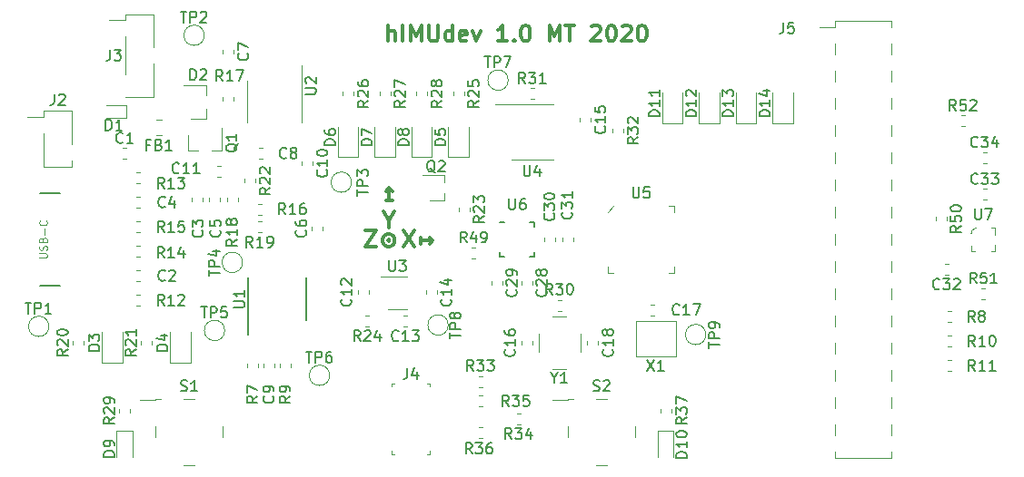
<source format=gbr>
G04 #@! TF.GenerationSoftware,KiCad,Pcbnew,5.1.5*
G04 #@! TF.CreationDate,2020-03-06T22:13:42+01:00*
G04 #@! TF.ProjectId,himudev,68696d75-6465-4762-9e6b-696361645f70,rev?*
G04 #@! TF.SameCoordinates,Original*
G04 #@! TF.FileFunction,Legend,Top*
G04 #@! TF.FilePolarity,Positive*
%FSLAX46Y46*%
G04 Gerber Fmt 4.6, Leading zero omitted, Abs format (unit mm)*
G04 Created by KiCad (PCBNEW 5.1.5) date 2020-03-06 22:13:42*
%MOMM*%
%LPD*%
G04 APERTURE LIST*
%ADD10C,0.300000*%
%ADD11C,0.120000*%
%ADD12C,0.152400*%
%ADD13C,0.100000*%
%ADD14C,0.150000*%
%ADD15C,0.060960*%
G04 APERTURE END LIST*
D10*
X138271428Y-100778571D02*
X139271428Y-100778571D01*
X138271428Y-102278571D01*
X139271428Y-102278571D01*
X140271428Y-101135714D02*
X140557142Y-101135714D01*
X140842857Y-101278571D01*
X140985714Y-101564285D01*
X140985714Y-101850000D01*
X140842857Y-102135714D01*
X140557142Y-102278571D01*
X140271428Y-102278571D01*
X139985714Y-102135714D01*
X139842857Y-101850000D01*
X139842857Y-101564285D01*
X139985714Y-101278571D01*
X140271428Y-101135714D01*
X140414285Y-101635714D02*
X140342857Y-101707142D01*
X140414285Y-101778571D01*
X140485714Y-101707142D01*
X140414285Y-101635714D01*
X140414285Y-101778571D01*
X141827428Y-100778571D02*
X142827428Y-102278571D01*
X142827428Y-100778571D02*
X141827428Y-102278571D01*
X143398857Y-101421428D02*
X143398857Y-101992857D01*
X144541714Y-101707142D02*
X143398857Y-101707142D01*
X144256000Y-101992857D02*
X144541714Y-101707142D01*
X144256000Y-101421428D01*
X140462000Y-97955571D02*
X140462000Y-96812714D01*
X140747714Y-97955571D02*
X140176285Y-97955571D01*
X140176285Y-97098428D02*
X140462000Y-96812714D01*
X140747714Y-97098428D01*
X140462000Y-99791285D02*
X140462000Y-100505571D01*
X139962000Y-99005571D02*
X140462000Y-99791285D01*
X140962000Y-99005571D01*
X140400000Y-83101571D02*
X140400000Y-81601571D01*
X141042857Y-83101571D02*
X141042857Y-82315857D01*
X140971428Y-82173000D01*
X140828571Y-82101571D01*
X140614285Y-82101571D01*
X140471428Y-82173000D01*
X140400000Y-82244428D01*
X141757142Y-83101571D02*
X141757142Y-81601571D01*
X142471428Y-83101571D02*
X142471428Y-81601571D01*
X142971428Y-82673000D01*
X143471428Y-81601571D01*
X143471428Y-83101571D01*
X144185714Y-81601571D02*
X144185714Y-82815857D01*
X144257142Y-82958714D01*
X144328571Y-83030142D01*
X144471428Y-83101571D01*
X144757142Y-83101571D01*
X144900000Y-83030142D01*
X144971428Y-82958714D01*
X145042857Y-82815857D01*
X145042857Y-81601571D01*
X146400000Y-83101571D02*
X146400000Y-81601571D01*
X146400000Y-83030142D02*
X146257142Y-83101571D01*
X145971428Y-83101571D01*
X145828571Y-83030142D01*
X145757142Y-82958714D01*
X145685714Y-82815857D01*
X145685714Y-82387285D01*
X145757142Y-82244428D01*
X145828571Y-82173000D01*
X145971428Y-82101571D01*
X146257142Y-82101571D01*
X146400000Y-82173000D01*
X147685714Y-83030142D02*
X147542857Y-83101571D01*
X147257142Y-83101571D01*
X147114285Y-83030142D01*
X147042857Y-82887285D01*
X147042857Y-82315857D01*
X147114285Y-82173000D01*
X147257142Y-82101571D01*
X147542857Y-82101571D01*
X147685714Y-82173000D01*
X147757142Y-82315857D01*
X147757142Y-82458714D01*
X147042857Y-82601571D01*
X148257142Y-82101571D02*
X148614285Y-83101571D01*
X148971428Y-82101571D01*
X151471428Y-83101571D02*
X150614285Y-83101571D01*
X151042857Y-83101571D02*
X151042857Y-81601571D01*
X150900000Y-81815857D01*
X150757142Y-81958714D01*
X150614285Y-82030142D01*
X152114285Y-82958714D02*
X152185714Y-83030142D01*
X152114285Y-83101571D01*
X152042857Y-83030142D01*
X152114285Y-82958714D01*
X152114285Y-83101571D01*
X153114285Y-81601571D02*
X153257142Y-81601571D01*
X153400000Y-81673000D01*
X153471428Y-81744428D01*
X153542857Y-81887285D01*
X153614285Y-82173000D01*
X153614285Y-82530142D01*
X153542857Y-82815857D01*
X153471428Y-82958714D01*
X153400000Y-83030142D01*
X153257142Y-83101571D01*
X153114285Y-83101571D01*
X152971428Y-83030142D01*
X152900000Y-82958714D01*
X152828571Y-82815857D01*
X152757142Y-82530142D01*
X152757142Y-82173000D01*
X152828571Y-81887285D01*
X152900000Y-81744428D01*
X152971428Y-81673000D01*
X153114285Y-81601571D01*
X155400000Y-83101571D02*
X155400000Y-81601571D01*
X155900000Y-82673000D01*
X156400000Y-81601571D01*
X156400000Y-83101571D01*
X156900000Y-81601571D02*
X157757142Y-81601571D01*
X157328571Y-83101571D02*
X157328571Y-81601571D01*
X159328571Y-81744428D02*
X159400000Y-81673000D01*
X159542857Y-81601571D01*
X159900000Y-81601571D01*
X160042857Y-81673000D01*
X160114285Y-81744428D01*
X160185714Y-81887285D01*
X160185714Y-82030142D01*
X160114285Y-82244428D01*
X159257142Y-83101571D01*
X160185714Y-83101571D01*
X161114285Y-81601571D02*
X161257142Y-81601571D01*
X161400000Y-81673000D01*
X161471428Y-81744428D01*
X161542857Y-81887285D01*
X161614285Y-82173000D01*
X161614285Y-82530142D01*
X161542857Y-82815857D01*
X161471428Y-82958714D01*
X161400000Y-83030142D01*
X161257142Y-83101571D01*
X161114285Y-83101571D01*
X160971428Y-83030142D01*
X160900000Y-82958714D01*
X160828571Y-82815857D01*
X160757142Y-82530142D01*
X160757142Y-82173000D01*
X160828571Y-81887285D01*
X160900000Y-81744428D01*
X160971428Y-81673000D01*
X161114285Y-81601571D01*
X162185714Y-81744428D02*
X162257142Y-81673000D01*
X162400000Y-81601571D01*
X162757142Y-81601571D01*
X162900000Y-81673000D01*
X162971428Y-81744428D01*
X163042857Y-81887285D01*
X163042857Y-82030142D01*
X162971428Y-82244428D01*
X162114285Y-83101571D01*
X163042857Y-83101571D01*
X163971428Y-81601571D02*
X164114285Y-81601571D01*
X164257142Y-81673000D01*
X164328571Y-81744428D01*
X164400000Y-81887285D01*
X164471428Y-82173000D01*
X164471428Y-82530142D01*
X164400000Y-82815857D01*
X164328571Y-82958714D01*
X164257142Y-83030142D01*
X164114285Y-83101571D01*
X163971428Y-83101571D01*
X163828571Y-83030142D01*
X163757142Y-82958714D01*
X163685714Y-82815857D01*
X163614285Y-82530142D01*
X163614285Y-82173000D01*
X163685714Y-81887285D01*
X163757142Y-81744428D01*
X163828571Y-81673000D01*
X163971428Y-81601571D01*
D11*
X128695267Y-93089000D02*
X128352733Y-93089000D01*
X128695267Y-94109000D02*
X128352733Y-94109000D01*
X141041000Y-93935000D02*
X141041000Y-91075000D01*
X139121000Y-93935000D02*
X141041000Y-93935000D01*
X139121000Y-91075000D02*
X139121000Y-93935000D01*
X166517000Y-98490000D02*
X167067000Y-98490000D01*
X167067000Y-98490000D02*
X167067000Y-99040000D01*
X161397000Y-104710000D02*
X160847000Y-104710000D01*
X160847000Y-104710000D02*
X160847000Y-104160000D01*
X166517000Y-104710000D02*
X167067000Y-104710000D01*
X167067000Y-104710000D02*
X167067000Y-104160000D01*
X161397000Y-98500000D02*
X160857000Y-99040000D01*
D12*
X109773000Y-97280000D02*
X107973000Y-97280000D01*
X109773000Y-105920000D02*
X107973000Y-105920000D01*
D11*
X187258000Y-118870000D02*
X187258000Y-119890000D01*
X182058000Y-118870000D02*
X182058000Y-119890000D01*
X187258000Y-116330000D02*
X187258000Y-117350000D01*
X182058000Y-116330000D02*
X182058000Y-117350000D01*
X187258000Y-113790000D02*
X187258000Y-114810000D01*
X182058000Y-113790000D02*
X182058000Y-114810000D01*
X187258000Y-111250000D02*
X187258000Y-112270000D01*
X182058000Y-111250000D02*
X182058000Y-112270000D01*
X187258000Y-108710000D02*
X187258000Y-109730000D01*
X182058000Y-108710000D02*
X182058000Y-109730000D01*
X187258000Y-106170000D02*
X187258000Y-107190000D01*
X182058000Y-106170000D02*
X182058000Y-107190000D01*
X187258000Y-103630000D02*
X187258000Y-104650000D01*
X182058000Y-103630000D02*
X182058000Y-104650000D01*
X187258000Y-101090000D02*
X187258000Y-102110000D01*
X182058000Y-101090000D02*
X182058000Y-102110000D01*
X187258000Y-98550000D02*
X187258000Y-99570000D01*
X182058000Y-98550000D02*
X182058000Y-99570000D01*
X187258000Y-96010000D02*
X187258000Y-97030000D01*
X182058000Y-96010000D02*
X182058000Y-97030000D01*
X187258000Y-93470000D02*
X187258000Y-94490000D01*
X182058000Y-93470000D02*
X182058000Y-94490000D01*
X187258000Y-90930000D02*
X187258000Y-91950000D01*
X182058000Y-90930000D02*
X182058000Y-91950000D01*
X187258000Y-88390000D02*
X187258000Y-89410000D01*
X182058000Y-88390000D02*
X182058000Y-89410000D01*
X187258000Y-85850000D02*
X187258000Y-86870000D01*
X182058000Y-85850000D02*
X182058000Y-86870000D01*
X187258000Y-83310000D02*
X187258000Y-84330000D01*
X182058000Y-83310000D02*
X182058000Y-84330000D01*
X187258000Y-121410000D02*
X187258000Y-121980000D01*
X182058000Y-121410000D02*
X182058000Y-121980000D01*
X187258000Y-81220000D02*
X187258000Y-81790000D01*
X182058000Y-81220000D02*
X182058000Y-81790000D01*
X180618000Y-81790000D02*
X182058000Y-81790000D01*
X182058000Y-121980000D02*
X187258000Y-121980000D01*
X182058000Y-81220000D02*
X187258000Y-81220000D01*
X114108000Y-89062000D02*
X115958000Y-89062000D01*
X114108000Y-90262000D02*
X115958000Y-90262000D01*
X115958000Y-90262000D02*
X115958000Y-89062000D01*
X123442000Y-90353000D02*
X121982000Y-90353000D01*
X123442000Y-87193000D02*
X121282000Y-87193000D01*
X123442000Y-87193000D02*
X123442000Y-88123000D01*
X123442000Y-90353000D02*
X123442000Y-89423000D01*
X115641000Y-113112000D02*
X115641000Y-110252000D01*
X113721000Y-113112000D02*
X115641000Y-113112000D01*
X113721000Y-110252000D02*
X113721000Y-113112000D01*
X121991000Y-113112000D02*
X121991000Y-110252000D01*
X120071000Y-113112000D02*
X121991000Y-113112000D01*
X120071000Y-110252000D02*
X120071000Y-113112000D01*
X147899000Y-93935000D02*
X147899000Y-91075000D01*
X145979000Y-93935000D02*
X147899000Y-93935000D01*
X145979000Y-91075000D02*
X145979000Y-93935000D01*
X137612000Y-93935000D02*
X137612000Y-91075000D01*
X135692000Y-93935000D02*
X137612000Y-93935000D01*
X135692000Y-91075000D02*
X135692000Y-93935000D01*
X144470000Y-93935000D02*
X144470000Y-91075000D01*
X142550000Y-93935000D02*
X144470000Y-93935000D01*
X142550000Y-91075000D02*
X142550000Y-93935000D01*
X115089000Y-119498000D02*
X115089000Y-121958000D01*
X116559000Y-119498000D02*
X115089000Y-119498000D01*
X116559000Y-121958000D02*
X116559000Y-119498000D01*
X165508000Y-119498000D02*
X165508000Y-121958000D01*
X166978000Y-119498000D02*
X165508000Y-119498000D01*
X166978000Y-121958000D02*
X166978000Y-119498000D01*
X167838000Y-90760000D02*
X167838000Y-87900000D01*
X165918000Y-90760000D02*
X167838000Y-90760000D01*
X165918000Y-87900000D02*
X165918000Y-90760000D01*
X171267000Y-90760000D02*
X171267000Y-87900000D01*
X169347000Y-90760000D02*
X171267000Y-90760000D01*
X169347000Y-87900000D02*
X169347000Y-90760000D01*
X174696000Y-90760000D02*
X174696000Y-87900000D01*
X172776000Y-90760000D02*
X174696000Y-90760000D01*
X172776000Y-87900000D02*
X172776000Y-90760000D01*
X178125000Y-90760000D02*
X178125000Y-87900000D01*
X176205000Y-90760000D02*
X178125000Y-90760000D01*
X176205000Y-87900000D02*
X176205000Y-90760000D01*
X119260252Y-90476000D02*
X118737748Y-90476000D01*
X119260252Y-91896000D02*
X118737748Y-91896000D01*
X108271000Y-91692000D02*
X108271000Y-94802000D01*
X110931000Y-94232000D02*
X110931000Y-94802000D01*
X108271000Y-89602000D02*
X108271000Y-90172000D01*
X108271000Y-90172000D02*
X106751000Y-90172000D01*
X110931000Y-89602000D02*
X110931000Y-92712000D01*
X108271000Y-94802000D02*
X110931000Y-94802000D01*
X108271000Y-89602000D02*
X110931000Y-89602000D01*
X115891000Y-82675000D02*
X115891000Y-86235000D01*
X118551000Y-85215000D02*
X118551000Y-88325000D01*
X118551000Y-87755000D02*
X118551000Y-88325000D01*
X115891000Y-80585000D02*
X115891000Y-81155000D01*
X115891000Y-81155000D02*
X114371000Y-81155000D01*
X118551000Y-80585000D02*
X118551000Y-83695000D01*
X115891000Y-88325000D02*
X118551000Y-88325000D01*
X115891000Y-80585000D02*
X118551000Y-80585000D01*
D13*
X144294000Y-115064000D02*
X143994000Y-115064000D01*
X144294000Y-115364000D02*
X144294000Y-115064000D01*
X144294000Y-121664000D02*
X143994000Y-121664000D01*
X144294000Y-121364000D02*
X144294000Y-121664000D01*
X140694000Y-121664000D02*
X140994000Y-121664000D01*
X140694000Y-121364000D02*
X140694000Y-121664000D01*
X140694000Y-115064000D02*
X140994000Y-115064000D01*
X140694000Y-115364000D02*
X140694000Y-115064000D01*
D11*
X121737000Y-93343000D02*
X121737000Y-91883000D01*
X124897000Y-93343000D02*
X124897000Y-91183000D01*
X124897000Y-93343000D02*
X123967000Y-93343000D01*
X121737000Y-93343000D02*
X122667000Y-93343000D01*
X144227000Y-97934000D02*
X145637000Y-97934000D01*
X145637000Y-95614000D02*
X143607000Y-95614000D01*
X145637000Y-95614000D02*
X145637000Y-96274000D01*
X145637000Y-97274000D02*
X145637000Y-97934000D01*
D13*
X118734000Y-119582000D02*
X118734000Y-119082000D01*
X118734000Y-119582000D02*
X118734000Y-120082000D01*
X124934000Y-119582000D02*
X124934000Y-119082000D01*
X124934000Y-119582000D02*
X124934000Y-120082000D01*
X121834000Y-122682000D02*
X121334000Y-122682000D01*
X121834000Y-122682000D02*
X122334000Y-122682000D01*
X121834000Y-116482000D02*
X122334000Y-116482000D01*
X121834000Y-116482000D02*
X121334000Y-116482000D01*
X118434000Y-116582000D02*
X117234000Y-116582000D01*
X118734000Y-116582000D02*
X118434000Y-116582000D01*
X118734000Y-116482000D02*
X118734000Y-116582000D01*
X119234000Y-116482000D02*
X118734000Y-116482000D01*
X157166000Y-119582000D02*
X157166000Y-119082000D01*
X157166000Y-119582000D02*
X157166000Y-120082000D01*
X163366000Y-119582000D02*
X163366000Y-119082000D01*
X163366000Y-119582000D02*
X163366000Y-120082000D01*
X160266000Y-122682000D02*
X159766000Y-122682000D01*
X160266000Y-122682000D02*
X160766000Y-122682000D01*
X160266000Y-116482000D02*
X160766000Y-116482000D01*
X160266000Y-116482000D02*
X159766000Y-116482000D01*
X156866000Y-116582000D02*
X155666000Y-116582000D01*
X157166000Y-116582000D02*
X156866000Y-116582000D01*
X157166000Y-116482000D02*
X157166000Y-116582000D01*
X157666000Y-116482000D02*
X157166000Y-116482000D01*
D11*
X108773000Y-109728000D02*
G75*
G03X108773000Y-109728000I-950000J0D01*
G01*
X123251000Y-82550000D02*
G75*
G03X123251000Y-82550000I-950000J0D01*
G01*
X136967000Y-96266000D02*
G75*
G03X136967000Y-96266000I-950000J0D01*
G01*
X126807000Y-103759000D02*
G75*
G03X126807000Y-103759000I-950000J0D01*
G01*
X125156000Y-110109000D02*
G75*
G03X125156000Y-110109000I-950000J0D01*
G01*
X134935000Y-114300000D02*
G75*
G03X134935000Y-114300000I-950000J0D01*
G01*
X151572000Y-86741000D02*
G75*
G03X151572000Y-86741000I-950000J0D01*
G01*
X145984000Y-109601000D02*
G75*
G03X145984000Y-109601000I-950000J0D01*
G01*
X169987000Y-110490000D02*
G75*
G03X169987000Y-110490000I-950000J0D01*
G01*
D14*
X127323000Y-110463000D02*
X127323000Y-105188000D01*
X132723000Y-109188000D02*
X132723000Y-105188000D01*
D11*
X132347999Y-88773000D02*
X132347999Y-85323000D01*
X132347999Y-88773000D02*
X132347999Y-90723000D01*
X127227999Y-88773000D02*
X127227999Y-86823000D01*
X127227999Y-88773000D02*
X127227999Y-90723000D01*
X142104000Y-105043000D02*
X139674000Y-105043000D01*
X140344000Y-108113000D02*
X142104000Y-108113000D01*
X153797000Y-89007000D02*
X150347000Y-89007000D01*
X153797000Y-89007000D02*
X155747000Y-89007000D01*
X153797000Y-94127000D02*
X151847000Y-94127000D01*
X153797000Y-94127000D02*
X155747000Y-94127000D01*
D14*
X150800000Y-100000000D02*
X151200000Y-100000000D01*
X154000000Y-100000000D02*
X153600000Y-100000000D01*
X154000000Y-100000000D02*
X154000000Y-100400000D01*
X154000000Y-103200000D02*
X153600000Y-103200000D01*
X154000000Y-103200000D02*
X154000000Y-102800000D01*
X150800000Y-103200000D02*
X151200000Y-103200000D01*
X150800000Y-103200000D02*
X150800000Y-102800000D01*
D13*
X194734000Y-102200000D02*
X194734000Y-102700000D01*
X194734000Y-102700000D02*
X195084000Y-102700000D01*
X196584000Y-102700000D02*
X196934000Y-102700000D01*
X196934000Y-102700000D02*
X196934000Y-102150000D01*
X196584000Y-100500000D02*
X196934000Y-100500000D01*
X196934000Y-100500000D02*
X196934000Y-101150000D01*
X195184000Y-100500000D02*
X195034000Y-100500000D01*
X195034000Y-100500000D02*
X194734000Y-100800000D01*
X194734000Y-100800000D02*
X194734000Y-101050000D01*
X194734000Y-101050000D02*
X194634000Y-101050000D01*
D11*
X163449000Y-112496600D02*
X163449000Y-109245400D01*
X167233600Y-112496600D02*
X163449000Y-112496600D01*
X167233600Y-109245400D02*
X167233600Y-112496600D01*
X163449000Y-109245400D02*
X167233600Y-109245400D01*
X155677000Y-113692000D02*
X156997000Y-113692000D01*
X156997000Y-108812000D02*
X155677000Y-108812000D01*
X154387000Y-112102000D02*
X154387000Y-110402000D01*
X158287000Y-112102000D02*
X158287000Y-110402000D01*
X115652733Y-94109000D02*
X115995267Y-94109000D01*
X115652733Y-93089000D02*
X115995267Y-93089000D01*
X116922733Y-105539000D02*
X117265267Y-105539000D01*
X116922733Y-104519000D02*
X117265267Y-104519000D01*
X123065000Y-97745733D02*
X123065000Y-98088267D01*
X122045000Y-97745733D02*
X122045000Y-98088267D01*
X116922733Y-98681000D02*
X117265267Y-98681000D01*
X116922733Y-97661000D02*
X117265267Y-97661000D01*
X124716000Y-97745733D02*
X124716000Y-98088267D01*
X123696000Y-97745733D02*
X123696000Y-98088267D01*
X133221000Y-100755267D02*
X133221000Y-100412733D01*
X134241000Y-100755267D02*
X134241000Y-100412733D01*
X125986000Y-83902733D02*
X125986000Y-84245267D01*
X124966000Y-83902733D02*
X124966000Y-84245267D01*
X129796000Y-113239733D02*
X129796000Y-113582267D01*
X128776000Y-113239733D02*
X128776000Y-113582267D01*
X132332000Y-94316733D02*
X132332000Y-94659267D01*
X133352000Y-94316733D02*
X133352000Y-94659267D01*
X124758267Y-95760000D02*
X124415733Y-95760000D01*
X124758267Y-94740000D02*
X124415733Y-94740000D01*
X137539000Y-106381733D02*
X137539000Y-106724267D01*
X138559000Y-106381733D02*
X138559000Y-106724267D01*
X142157267Y-108710000D02*
X141814733Y-108710000D01*
X142157267Y-109730000D02*
X141814733Y-109730000D01*
X144909000Y-106381733D02*
X144909000Y-106724267D01*
X143889000Y-106381733D02*
X143889000Y-106724267D01*
X159260000Y-90252733D02*
X159260000Y-90595267D01*
X158240000Y-90252733D02*
X158240000Y-90595267D01*
X152779000Y-111080733D02*
X152779000Y-111423267D01*
X153799000Y-111080733D02*
X153799000Y-111423267D01*
X164801733Y-108714000D02*
X165144267Y-108714000D01*
X164801733Y-107694000D02*
X165144267Y-107694000D01*
X158875000Y-111423267D02*
X158875000Y-111080733D01*
X159895000Y-111423267D02*
X159895000Y-111080733D01*
X153799000Y-105492733D02*
X153799000Y-105835267D01*
X152779000Y-105492733D02*
X152779000Y-105835267D01*
X149985000Y-105492733D02*
X149985000Y-105835267D01*
X151005000Y-105492733D02*
X151005000Y-105835267D01*
X155958000Y-101771267D02*
X155958000Y-101428733D01*
X154938000Y-101771267D02*
X154938000Y-101428733D01*
X156589000Y-101771267D02*
X156589000Y-101428733D01*
X157609000Y-101771267D02*
X157609000Y-101428733D01*
X192576267Y-103884000D02*
X192233733Y-103884000D01*
X192576267Y-104904000D02*
X192233733Y-104904000D01*
X195789733Y-96899000D02*
X196132267Y-96899000D01*
X195789733Y-97919000D02*
X196132267Y-97919000D01*
X195789733Y-94490000D02*
X196132267Y-94490000D01*
X195789733Y-93470000D02*
X196132267Y-93470000D01*
X127252000Y-113239733D02*
X127252000Y-113582267D01*
X128272000Y-113239733D02*
X128272000Y-113582267D01*
X192487733Y-109349000D02*
X192830267Y-109349000D01*
X192487733Y-108329000D02*
X192830267Y-108329000D01*
X131320000Y-113239733D02*
X131320000Y-113582267D01*
X130300000Y-113239733D02*
X130300000Y-113582267D01*
X192487733Y-110615000D02*
X192830267Y-110615000D01*
X192487733Y-111635000D02*
X192830267Y-111635000D01*
X192487733Y-113921000D02*
X192830267Y-113921000D01*
X192487733Y-112901000D02*
X192830267Y-112901000D01*
X116922733Y-106805000D02*
X117265267Y-106805000D01*
X116922733Y-107825000D02*
X117265267Y-107825000D01*
X116922733Y-95375000D02*
X117265267Y-95375000D01*
X116922733Y-96395000D02*
X117265267Y-96395000D01*
X117265267Y-103253000D02*
X116922733Y-103253000D01*
X117265267Y-102233000D02*
X116922733Y-102233000D01*
X117265267Y-99947000D02*
X116922733Y-99947000D01*
X117265267Y-100967000D02*
X116922733Y-100967000D01*
X128225733Y-98296000D02*
X128568267Y-98296000D01*
X128225733Y-99316000D02*
X128568267Y-99316000D01*
X124966000Y-88690267D02*
X124966000Y-88347733D01*
X125986000Y-88690267D02*
X125986000Y-88347733D01*
X126367000Y-98088267D02*
X126367000Y-97745733D01*
X125347000Y-98088267D02*
X125347000Y-97745733D01*
X128568267Y-100967000D02*
X128225733Y-100967000D01*
X128568267Y-99947000D02*
X128225733Y-99947000D01*
X112016000Y-111423267D02*
X112016000Y-111080733D01*
X110996000Y-111423267D02*
X110996000Y-111080733D01*
X118366000Y-111423267D02*
X118366000Y-111080733D01*
X117346000Y-111423267D02*
X117346000Y-111080733D01*
X126998000Y-95967733D02*
X126998000Y-96310267D01*
X128018000Y-95967733D02*
X128018000Y-96310267D01*
X147957000Y-98634733D02*
X147957000Y-98977267D01*
X146937000Y-98634733D02*
X146937000Y-98977267D01*
X138601267Y-108710000D02*
X138258733Y-108710000D01*
X138601267Y-109730000D02*
X138258733Y-109730000D01*
X147449000Y-87839733D02*
X147449000Y-88182267D01*
X146429000Y-87839733D02*
X146429000Y-88182267D01*
X137162000Y-87839733D02*
X137162000Y-88182267D01*
X136142000Y-87839733D02*
X136142000Y-88182267D01*
X139571000Y-87839733D02*
X139571000Y-88182267D01*
X140591000Y-87839733D02*
X140591000Y-88182267D01*
X144020000Y-87839733D02*
X144020000Y-88182267D01*
X143000000Y-87839733D02*
X143000000Y-88182267D01*
X115314000Y-117430733D02*
X115314000Y-117773267D01*
X116334000Y-117430733D02*
X116334000Y-117773267D01*
X156508267Y-108333000D02*
X156165733Y-108333000D01*
X156508267Y-107313000D02*
X156165733Y-107313000D01*
X153625733Y-87501000D02*
X153968267Y-87501000D01*
X153625733Y-88521000D02*
X153968267Y-88521000D01*
X161288000Y-91268733D02*
X161288000Y-91611267D01*
X162308000Y-91268733D02*
X162308000Y-91611267D01*
X149142267Y-114425000D02*
X148799733Y-114425000D01*
X149142267Y-115445000D02*
X148799733Y-115445000D01*
X152698267Y-118874000D02*
X152355733Y-118874000D01*
X152698267Y-117854000D02*
X152355733Y-117854000D01*
X149142267Y-116203000D02*
X148799733Y-116203000D01*
X149142267Y-117223000D02*
X148799733Y-117223000D01*
X149142267Y-120144000D02*
X148799733Y-120144000D01*
X149142267Y-119124000D02*
X148799733Y-119124000D01*
X166753000Y-117430733D02*
X166753000Y-117773267D01*
X165733000Y-117430733D02*
X165733000Y-117773267D01*
X148164733Y-102360000D02*
X148507267Y-102360000D01*
X148164733Y-103380000D02*
X148507267Y-103380000D01*
X192407000Y-99523733D02*
X192407000Y-99866267D01*
X191387000Y-99523733D02*
X191387000Y-99866267D01*
X195662733Y-107190000D02*
X196005267Y-107190000D01*
X195662733Y-106170000D02*
X196005267Y-106170000D01*
X193757733Y-91061000D02*
X194100267Y-91061000D01*
X193757733Y-90041000D02*
X194100267Y-90041000D01*
D14*
X130897333Y-93956142D02*
X130849714Y-94003761D01*
X130706857Y-94051380D01*
X130611619Y-94051380D01*
X130468761Y-94003761D01*
X130373523Y-93908523D01*
X130325904Y-93813285D01*
X130278285Y-93622809D01*
X130278285Y-93479952D01*
X130325904Y-93289476D01*
X130373523Y-93194238D01*
X130468761Y-93099000D01*
X130611619Y-93051380D01*
X130706857Y-93051380D01*
X130849714Y-93099000D01*
X130897333Y-93146619D01*
X131468761Y-93479952D02*
X131373523Y-93432333D01*
X131325904Y-93384714D01*
X131278285Y-93289476D01*
X131278285Y-93241857D01*
X131325904Y-93146619D01*
X131373523Y-93099000D01*
X131468761Y-93051380D01*
X131659238Y-93051380D01*
X131754476Y-93099000D01*
X131802095Y-93146619D01*
X131849714Y-93241857D01*
X131849714Y-93289476D01*
X131802095Y-93384714D01*
X131754476Y-93432333D01*
X131659238Y-93479952D01*
X131468761Y-93479952D01*
X131373523Y-93527571D01*
X131325904Y-93575190D01*
X131278285Y-93670428D01*
X131278285Y-93860904D01*
X131325904Y-93956142D01*
X131373523Y-94003761D01*
X131468761Y-94051380D01*
X131659238Y-94051380D01*
X131754476Y-94003761D01*
X131802095Y-93956142D01*
X131849714Y-93860904D01*
X131849714Y-93670428D01*
X131802095Y-93575190D01*
X131754476Y-93527571D01*
X131659238Y-93479952D01*
X138883380Y-92813095D02*
X137883380Y-92813095D01*
X137883380Y-92575000D01*
X137931000Y-92432142D01*
X138026238Y-92336904D01*
X138121476Y-92289285D01*
X138311952Y-92241666D01*
X138454809Y-92241666D01*
X138645285Y-92289285D01*
X138740523Y-92336904D01*
X138835761Y-92432142D01*
X138883380Y-92575000D01*
X138883380Y-92813095D01*
X137883380Y-91908333D02*
X137883380Y-91241666D01*
X138883380Y-91670238D01*
X163195095Y-96732380D02*
X163195095Y-97541904D01*
X163242714Y-97637142D01*
X163290333Y-97684761D01*
X163385571Y-97732380D01*
X163576047Y-97732380D01*
X163671285Y-97684761D01*
X163718904Y-97637142D01*
X163766523Y-97541904D01*
X163766523Y-96732380D01*
X164718904Y-96732380D02*
X164242714Y-96732380D01*
X164195095Y-97208571D01*
X164242714Y-97160952D01*
X164337952Y-97113333D01*
X164576047Y-97113333D01*
X164671285Y-97160952D01*
X164718904Y-97208571D01*
X164766523Y-97303809D01*
X164766523Y-97541904D01*
X164718904Y-97637142D01*
X164671285Y-97684761D01*
X164576047Y-97732380D01*
X164337952Y-97732380D01*
X164242714Y-97684761D01*
X164195095Y-97637142D01*
D15*
X107876578Y-103323571D02*
X108462592Y-103323571D01*
X108531535Y-103289100D01*
X108566007Y-103254628D01*
X108600478Y-103185685D01*
X108600478Y-103047800D01*
X108566007Y-102978857D01*
X108531535Y-102944385D01*
X108462592Y-102909914D01*
X107876578Y-102909914D01*
X108566007Y-102599671D02*
X108600478Y-102496257D01*
X108600478Y-102323900D01*
X108566007Y-102254957D01*
X108531535Y-102220485D01*
X108462592Y-102186014D01*
X108393650Y-102186014D01*
X108324707Y-102220485D01*
X108290235Y-102254957D01*
X108255764Y-102323900D01*
X108221292Y-102461785D01*
X108186821Y-102530728D01*
X108152350Y-102565200D01*
X108083407Y-102599671D01*
X108014464Y-102599671D01*
X107945521Y-102565200D01*
X107911050Y-102530728D01*
X107876578Y-102461785D01*
X107876578Y-102289428D01*
X107911050Y-102186014D01*
X108221292Y-101634471D02*
X108255764Y-101531057D01*
X108290235Y-101496585D01*
X108359178Y-101462114D01*
X108462592Y-101462114D01*
X108531535Y-101496585D01*
X108566007Y-101531057D01*
X108600478Y-101600000D01*
X108600478Y-101875771D01*
X107876578Y-101875771D01*
X107876578Y-101634471D01*
X107911050Y-101565528D01*
X107945521Y-101531057D01*
X108014464Y-101496585D01*
X108083407Y-101496585D01*
X108152350Y-101531057D01*
X108186821Y-101565528D01*
X108221292Y-101634471D01*
X108221292Y-101875771D01*
X108324707Y-101151871D02*
X108324707Y-100600328D01*
X108531535Y-99841957D02*
X108566007Y-99876428D01*
X108600478Y-99979842D01*
X108600478Y-100048785D01*
X108566007Y-100152200D01*
X108497064Y-100221142D01*
X108428121Y-100255614D01*
X108290235Y-100290085D01*
X108186821Y-100290085D01*
X108048935Y-100255614D01*
X107979992Y-100221142D01*
X107911050Y-100152200D01*
X107876578Y-100048785D01*
X107876578Y-99979842D01*
X107911050Y-99876428D01*
X107945521Y-99841957D01*
D14*
X177212666Y-81367380D02*
X177212666Y-82081666D01*
X177165047Y-82224523D01*
X177069809Y-82319761D01*
X176926952Y-82367380D01*
X176831714Y-82367380D01*
X178165047Y-81367380D02*
X177688857Y-81367380D01*
X177641238Y-81843571D01*
X177688857Y-81795952D01*
X177784095Y-81748333D01*
X178022190Y-81748333D01*
X178117428Y-81795952D01*
X178165047Y-81843571D01*
X178212666Y-81938809D01*
X178212666Y-82176904D01*
X178165047Y-82272142D01*
X178117428Y-82319761D01*
X178022190Y-82367380D01*
X177784095Y-82367380D01*
X177688857Y-82319761D01*
X177641238Y-82272142D01*
X114069904Y-91414380D02*
X114069904Y-90414380D01*
X114308000Y-90414380D01*
X114450857Y-90462000D01*
X114546095Y-90557238D01*
X114593714Y-90652476D01*
X114641333Y-90842952D01*
X114641333Y-90985809D01*
X114593714Y-91176285D01*
X114546095Y-91271523D01*
X114450857Y-91366761D01*
X114308000Y-91414380D01*
X114069904Y-91414380D01*
X115593714Y-91414380D02*
X115022285Y-91414380D01*
X115308000Y-91414380D02*
X115308000Y-90414380D01*
X115212761Y-90557238D01*
X115117523Y-90652476D01*
X115022285Y-90700095D01*
X121943904Y-86725380D02*
X121943904Y-85725380D01*
X122182000Y-85725380D01*
X122324857Y-85773000D01*
X122420095Y-85868238D01*
X122467714Y-85963476D01*
X122515333Y-86153952D01*
X122515333Y-86296809D01*
X122467714Y-86487285D01*
X122420095Y-86582523D01*
X122324857Y-86677761D01*
X122182000Y-86725380D01*
X121943904Y-86725380D01*
X122896285Y-85820619D02*
X122943904Y-85773000D01*
X123039142Y-85725380D01*
X123277238Y-85725380D01*
X123372476Y-85773000D01*
X123420095Y-85820619D01*
X123467714Y-85915857D01*
X123467714Y-86011095D01*
X123420095Y-86153952D01*
X122848666Y-86725380D01*
X123467714Y-86725380D01*
X113483380Y-111990095D02*
X112483380Y-111990095D01*
X112483380Y-111752000D01*
X112531000Y-111609142D01*
X112626238Y-111513904D01*
X112721476Y-111466285D01*
X112911952Y-111418666D01*
X113054809Y-111418666D01*
X113245285Y-111466285D01*
X113340523Y-111513904D01*
X113435761Y-111609142D01*
X113483380Y-111752000D01*
X113483380Y-111990095D01*
X112483380Y-111085333D02*
X112483380Y-110466285D01*
X112864333Y-110799619D01*
X112864333Y-110656761D01*
X112911952Y-110561523D01*
X112959571Y-110513904D01*
X113054809Y-110466285D01*
X113292904Y-110466285D01*
X113388142Y-110513904D01*
X113435761Y-110561523D01*
X113483380Y-110656761D01*
X113483380Y-110942476D01*
X113435761Y-111037714D01*
X113388142Y-111085333D01*
X119833380Y-111990095D02*
X118833380Y-111990095D01*
X118833380Y-111752000D01*
X118881000Y-111609142D01*
X118976238Y-111513904D01*
X119071476Y-111466285D01*
X119261952Y-111418666D01*
X119404809Y-111418666D01*
X119595285Y-111466285D01*
X119690523Y-111513904D01*
X119785761Y-111609142D01*
X119833380Y-111752000D01*
X119833380Y-111990095D01*
X119166714Y-110561523D02*
X119833380Y-110561523D01*
X118785761Y-110799619D02*
X119500047Y-111037714D01*
X119500047Y-110418666D01*
X145741380Y-92813095D02*
X144741380Y-92813095D01*
X144741380Y-92575000D01*
X144789000Y-92432142D01*
X144884238Y-92336904D01*
X144979476Y-92289285D01*
X145169952Y-92241666D01*
X145312809Y-92241666D01*
X145503285Y-92289285D01*
X145598523Y-92336904D01*
X145693761Y-92432142D01*
X145741380Y-92575000D01*
X145741380Y-92813095D01*
X144741380Y-91336904D02*
X144741380Y-91813095D01*
X145217571Y-91860714D01*
X145169952Y-91813095D01*
X145122333Y-91717857D01*
X145122333Y-91479761D01*
X145169952Y-91384523D01*
X145217571Y-91336904D01*
X145312809Y-91289285D01*
X145550904Y-91289285D01*
X145646142Y-91336904D01*
X145693761Y-91384523D01*
X145741380Y-91479761D01*
X145741380Y-91717857D01*
X145693761Y-91813095D01*
X145646142Y-91860714D01*
X135454380Y-92813095D02*
X134454380Y-92813095D01*
X134454380Y-92575000D01*
X134502000Y-92432142D01*
X134597238Y-92336904D01*
X134692476Y-92289285D01*
X134882952Y-92241666D01*
X135025809Y-92241666D01*
X135216285Y-92289285D01*
X135311523Y-92336904D01*
X135406761Y-92432142D01*
X135454380Y-92575000D01*
X135454380Y-92813095D01*
X134454380Y-91384523D02*
X134454380Y-91575000D01*
X134502000Y-91670238D01*
X134549619Y-91717857D01*
X134692476Y-91813095D01*
X134882952Y-91860714D01*
X135263904Y-91860714D01*
X135359142Y-91813095D01*
X135406761Y-91765476D01*
X135454380Y-91670238D01*
X135454380Y-91479761D01*
X135406761Y-91384523D01*
X135359142Y-91336904D01*
X135263904Y-91289285D01*
X135025809Y-91289285D01*
X134930571Y-91336904D01*
X134882952Y-91384523D01*
X134835333Y-91479761D01*
X134835333Y-91670238D01*
X134882952Y-91765476D01*
X134930571Y-91813095D01*
X135025809Y-91860714D01*
X142312380Y-92813095D02*
X141312380Y-92813095D01*
X141312380Y-92575000D01*
X141360000Y-92432142D01*
X141455238Y-92336904D01*
X141550476Y-92289285D01*
X141740952Y-92241666D01*
X141883809Y-92241666D01*
X142074285Y-92289285D01*
X142169523Y-92336904D01*
X142264761Y-92432142D01*
X142312380Y-92575000D01*
X142312380Y-92813095D01*
X141740952Y-91670238D02*
X141693333Y-91765476D01*
X141645714Y-91813095D01*
X141550476Y-91860714D01*
X141502857Y-91860714D01*
X141407619Y-91813095D01*
X141360000Y-91765476D01*
X141312380Y-91670238D01*
X141312380Y-91479761D01*
X141360000Y-91384523D01*
X141407619Y-91336904D01*
X141502857Y-91289285D01*
X141550476Y-91289285D01*
X141645714Y-91336904D01*
X141693333Y-91384523D01*
X141740952Y-91479761D01*
X141740952Y-91670238D01*
X141788571Y-91765476D01*
X141836190Y-91813095D01*
X141931428Y-91860714D01*
X142121904Y-91860714D01*
X142217142Y-91813095D01*
X142264761Y-91765476D01*
X142312380Y-91670238D01*
X142312380Y-91479761D01*
X142264761Y-91384523D01*
X142217142Y-91336904D01*
X142121904Y-91289285D01*
X141931428Y-91289285D01*
X141836190Y-91336904D01*
X141788571Y-91384523D01*
X141740952Y-91479761D01*
X114879380Y-121896095D02*
X113879380Y-121896095D01*
X113879380Y-121658000D01*
X113927000Y-121515142D01*
X114022238Y-121419904D01*
X114117476Y-121372285D01*
X114307952Y-121324666D01*
X114450809Y-121324666D01*
X114641285Y-121372285D01*
X114736523Y-121419904D01*
X114831761Y-121515142D01*
X114879380Y-121658000D01*
X114879380Y-121896095D01*
X114879380Y-120848476D02*
X114879380Y-120658000D01*
X114831761Y-120562761D01*
X114784142Y-120515142D01*
X114641285Y-120419904D01*
X114450809Y-120372285D01*
X114069857Y-120372285D01*
X113974619Y-120419904D01*
X113927000Y-120467523D01*
X113879380Y-120562761D01*
X113879380Y-120753238D01*
X113927000Y-120848476D01*
X113974619Y-120896095D01*
X114069857Y-120943714D01*
X114307952Y-120943714D01*
X114403190Y-120896095D01*
X114450809Y-120848476D01*
X114498428Y-120753238D01*
X114498428Y-120562761D01*
X114450809Y-120467523D01*
X114403190Y-120419904D01*
X114307952Y-120372285D01*
X168219380Y-121991285D02*
X167219380Y-121991285D01*
X167219380Y-121753190D01*
X167267000Y-121610333D01*
X167362238Y-121515095D01*
X167457476Y-121467476D01*
X167647952Y-121419857D01*
X167790809Y-121419857D01*
X167981285Y-121467476D01*
X168076523Y-121515095D01*
X168171761Y-121610333D01*
X168219380Y-121753190D01*
X168219380Y-121991285D01*
X168219380Y-120467476D02*
X168219380Y-121038904D01*
X168219380Y-120753190D02*
X167219380Y-120753190D01*
X167362238Y-120848428D01*
X167457476Y-120943666D01*
X167505095Y-121038904D01*
X167219380Y-119848428D02*
X167219380Y-119753190D01*
X167267000Y-119657952D01*
X167314619Y-119610333D01*
X167409857Y-119562714D01*
X167600333Y-119515095D01*
X167838428Y-119515095D01*
X168028904Y-119562714D01*
X168124142Y-119610333D01*
X168171761Y-119657952D01*
X168219380Y-119753190D01*
X168219380Y-119848428D01*
X168171761Y-119943666D01*
X168124142Y-119991285D01*
X168028904Y-120038904D01*
X167838428Y-120086523D01*
X167600333Y-120086523D01*
X167409857Y-120038904D01*
X167314619Y-119991285D01*
X167267000Y-119943666D01*
X167219380Y-119848428D01*
X165680380Y-90114285D02*
X164680380Y-90114285D01*
X164680380Y-89876190D01*
X164728000Y-89733333D01*
X164823238Y-89638095D01*
X164918476Y-89590476D01*
X165108952Y-89542857D01*
X165251809Y-89542857D01*
X165442285Y-89590476D01*
X165537523Y-89638095D01*
X165632761Y-89733333D01*
X165680380Y-89876190D01*
X165680380Y-90114285D01*
X165680380Y-88590476D02*
X165680380Y-89161904D01*
X165680380Y-88876190D02*
X164680380Y-88876190D01*
X164823238Y-88971428D01*
X164918476Y-89066666D01*
X164966095Y-89161904D01*
X165680380Y-87638095D02*
X165680380Y-88209523D01*
X165680380Y-87923809D02*
X164680380Y-87923809D01*
X164823238Y-88019047D01*
X164918476Y-88114285D01*
X164966095Y-88209523D01*
X169109380Y-90114285D02*
X168109380Y-90114285D01*
X168109380Y-89876190D01*
X168157000Y-89733333D01*
X168252238Y-89638095D01*
X168347476Y-89590476D01*
X168537952Y-89542857D01*
X168680809Y-89542857D01*
X168871285Y-89590476D01*
X168966523Y-89638095D01*
X169061761Y-89733333D01*
X169109380Y-89876190D01*
X169109380Y-90114285D01*
X169109380Y-88590476D02*
X169109380Y-89161904D01*
X169109380Y-88876190D02*
X168109380Y-88876190D01*
X168252238Y-88971428D01*
X168347476Y-89066666D01*
X168395095Y-89161904D01*
X168204619Y-88209523D02*
X168157000Y-88161904D01*
X168109380Y-88066666D01*
X168109380Y-87828571D01*
X168157000Y-87733333D01*
X168204619Y-87685714D01*
X168299857Y-87638095D01*
X168395095Y-87638095D01*
X168537952Y-87685714D01*
X169109380Y-88257142D01*
X169109380Y-87638095D01*
X172538380Y-90114285D02*
X171538380Y-90114285D01*
X171538380Y-89876190D01*
X171586000Y-89733333D01*
X171681238Y-89638095D01*
X171776476Y-89590476D01*
X171966952Y-89542857D01*
X172109809Y-89542857D01*
X172300285Y-89590476D01*
X172395523Y-89638095D01*
X172490761Y-89733333D01*
X172538380Y-89876190D01*
X172538380Y-90114285D01*
X172538380Y-88590476D02*
X172538380Y-89161904D01*
X172538380Y-88876190D02*
X171538380Y-88876190D01*
X171681238Y-88971428D01*
X171776476Y-89066666D01*
X171824095Y-89161904D01*
X171538380Y-88257142D02*
X171538380Y-87638095D01*
X171919333Y-87971428D01*
X171919333Y-87828571D01*
X171966952Y-87733333D01*
X172014571Y-87685714D01*
X172109809Y-87638095D01*
X172347904Y-87638095D01*
X172443142Y-87685714D01*
X172490761Y-87733333D01*
X172538380Y-87828571D01*
X172538380Y-88114285D01*
X172490761Y-88209523D01*
X172443142Y-88257142D01*
X175967380Y-90114285D02*
X174967380Y-90114285D01*
X174967380Y-89876190D01*
X175015000Y-89733333D01*
X175110238Y-89638095D01*
X175205476Y-89590476D01*
X175395952Y-89542857D01*
X175538809Y-89542857D01*
X175729285Y-89590476D01*
X175824523Y-89638095D01*
X175919761Y-89733333D01*
X175967380Y-89876190D01*
X175967380Y-90114285D01*
X175967380Y-88590476D02*
X175967380Y-89161904D01*
X175967380Y-88876190D02*
X174967380Y-88876190D01*
X175110238Y-88971428D01*
X175205476Y-89066666D01*
X175253095Y-89161904D01*
X175300714Y-87733333D02*
X175967380Y-87733333D01*
X174919761Y-87971428D02*
X175634047Y-88209523D01*
X175634047Y-87590476D01*
X118165666Y-92764571D02*
X117832333Y-92764571D01*
X117832333Y-93288380D02*
X117832333Y-92288380D01*
X118308523Y-92288380D01*
X119022809Y-92764571D02*
X119165666Y-92812190D01*
X119213285Y-92859809D01*
X119260904Y-92955047D01*
X119260904Y-93097904D01*
X119213285Y-93193142D01*
X119165666Y-93240761D01*
X119070428Y-93288380D01*
X118689476Y-93288380D01*
X118689476Y-92288380D01*
X119022809Y-92288380D01*
X119118047Y-92336000D01*
X119165666Y-92383619D01*
X119213285Y-92478857D01*
X119213285Y-92574095D01*
X119165666Y-92669333D01*
X119118047Y-92716952D01*
X119022809Y-92764571D01*
X118689476Y-92764571D01*
X120213285Y-93288380D02*
X119641857Y-93288380D01*
X119927571Y-93288380D02*
X119927571Y-92288380D01*
X119832333Y-92431238D01*
X119737095Y-92526476D01*
X119641857Y-92574095D01*
X109267666Y-88054380D02*
X109267666Y-88768666D01*
X109220047Y-88911523D01*
X109124809Y-89006761D01*
X108981952Y-89054380D01*
X108886714Y-89054380D01*
X109696238Y-88149619D02*
X109743857Y-88102000D01*
X109839095Y-88054380D01*
X110077190Y-88054380D01*
X110172428Y-88102000D01*
X110220047Y-88149619D01*
X110267666Y-88244857D01*
X110267666Y-88340095D01*
X110220047Y-88482952D01*
X109648619Y-89054380D01*
X110267666Y-89054380D01*
X114474666Y-83907380D02*
X114474666Y-84621666D01*
X114427047Y-84764523D01*
X114331809Y-84859761D01*
X114188952Y-84907380D01*
X114093714Y-84907380D01*
X114855619Y-83907380D02*
X115474666Y-83907380D01*
X115141333Y-84288333D01*
X115284190Y-84288333D01*
X115379428Y-84335952D01*
X115427047Y-84383571D01*
X115474666Y-84478809D01*
X115474666Y-84716904D01*
X115427047Y-84812142D01*
X115379428Y-84859761D01*
X115284190Y-84907380D01*
X114998476Y-84907380D01*
X114903238Y-84859761D01*
X114855619Y-84812142D01*
X142160666Y-113625380D02*
X142160666Y-114339666D01*
X142113047Y-114482523D01*
X142017809Y-114577761D01*
X141874952Y-114625380D01*
X141779714Y-114625380D01*
X143065428Y-113958714D02*
X143065428Y-114625380D01*
X142827333Y-113577761D02*
X142589238Y-114292047D01*
X143208285Y-114292047D01*
X126364619Y-92678238D02*
X126317000Y-92773476D01*
X126221761Y-92868714D01*
X126078904Y-93011571D01*
X126031285Y-93106809D01*
X126031285Y-93202047D01*
X126269380Y-93154428D02*
X126221761Y-93249666D01*
X126126523Y-93344904D01*
X125936047Y-93392523D01*
X125602714Y-93392523D01*
X125412238Y-93344904D01*
X125317000Y-93249666D01*
X125269380Y-93154428D01*
X125269380Y-92963952D01*
X125317000Y-92868714D01*
X125412238Y-92773476D01*
X125602714Y-92725857D01*
X125936047Y-92725857D01*
X126126523Y-92773476D01*
X126221761Y-92868714D01*
X126269380Y-92963952D01*
X126269380Y-93154428D01*
X126269380Y-91773476D02*
X126269380Y-92344904D01*
X126269380Y-92059190D02*
X125269380Y-92059190D01*
X125412238Y-92154428D01*
X125507476Y-92249666D01*
X125555095Y-92344904D01*
X144761761Y-95371619D02*
X144666523Y-95324000D01*
X144571285Y-95228761D01*
X144428428Y-95085904D01*
X144333190Y-95038285D01*
X144237952Y-95038285D01*
X144285571Y-95276380D02*
X144190333Y-95228761D01*
X144095095Y-95133523D01*
X144047476Y-94943047D01*
X144047476Y-94609714D01*
X144095095Y-94419238D01*
X144190333Y-94324000D01*
X144285571Y-94276380D01*
X144476047Y-94276380D01*
X144571285Y-94324000D01*
X144666523Y-94419238D01*
X144714142Y-94609714D01*
X144714142Y-94943047D01*
X144666523Y-95133523D01*
X144571285Y-95228761D01*
X144476047Y-95276380D01*
X144285571Y-95276380D01*
X145095095Y-94371619D02*
X145142714Y-94324000D01*
X145237952Y-94276380D01*
X145476047Y-94276380D01*
X145571285Y-94324000D01*
X145618904Y-94371619D01*
X145666523Y-94466857D01*
X145666523Y-94562095D01*
X145618904Y-94704952D01*
X145047476Y-95276380D01*
X145666523Y-95276380D01*
X121072095Y-115716761D02*
X121214952Y-115764380D01*
X121453047Y-115764380D01*
X121548285Y-115716761D01*
X121595904Y-115669142D01*
X121643523Y-115573904D01*
X121643523Y-115478666D01*
X121595904Y-115383428D01*
X121548285Y-115335809D01*
X121453047Y-115288190D01*
X121262571Y-115240571D01*
X121167333Y-115192952D01*
X121119714Y-115145333D01*
X121072095Y-115050095D01*
X121072095Y-114954857D01*
X121119714Y-114859619D01*
X121167333Y-114812000D01*
X121262571Y-114764380D01*
X121500666Y-114764380D01*
X121643523Y-114812000D01*
X122595904Y-115764380D02*
X122024476Y-115764380D01*
X122310190Y-115764380D02*
X122310190Y-114764380D01*
X122214952Y-114907238D01*
X122119714Y-115002476D01*
X122024476Y-115050095D01*
X159504095Y-115716761D02*
X159646952Y-115764380D01*
X159885047Y-115764380D01*
X159980285Y-115716761D01*
X160027904Y-115669142D01*
X160075523Y-115573904D01*
X160075523Y-115478666D01*
X160027904Y-115383428D01*
X159980285Y-115335809D01*
X159885047Y-115288190D01*
X159694571Y-115240571D01*
X159599333Y-115192952D01*
X159551714Y-115145333D01*
X159504095Y-115050095D01*
X159504095Y-114954857D01*
X159551714Y-114859619D01*
X159599333Y-114812000D01*
X159694571Y-114764380D01*
X159932666Y-114764380D01*
X160075523Y-114812000D01*
X160456476Y-114859619D02*
X160504095Y-114812000D01*
X160599333Y-114764380D01*
X160837428Y-114764380D01*
X160932666Y-114812000D01*
X160980285Y-114859619D01*
X161027904Y-114954857D01*
X161027904Y-115050095D01*
X160980285Y-115192952D01*
X160408857Y-115764380D01*
X161027904Y-115764380D01*
X106561095Y-107532380D02*
X107132523Y-107532380D01*
X106846809Y-108532380D02*
X106846809Y-107532380D01*
X107465857Y-108532380D02*
X107465857Y-107532380D01*
X107846809Y-107532380D01*
X107942047Y-107580000D01*
X107989666Y-107627619D01*
X108037285Y-107722857D01*
X108037285Y-107865714D01*
X107989666Y-107960952D01*
X107942047Y-108008571D01*
X107846809Y-108056190D01*
X107465857Y-108056190D01*
X108989666Y-108532380D02*
X108418238Y-108532380D01*
X108703952Y-108532380D02*
X108703952Y-107532380D01*
X108608714Y-107675238D01*
X108513476Y-107770476D01*
X108418238Y-107818095D01*
X121039095Y-80354380D02*
X121610523Y-80354380D01*
X121324809Y-81354380D02*
X121324809Y-80354380D01*
X121943857Y-81354380D02*
X121943857Y-80354380D01*
X122324809Y-80354380D01*
X122420047Y-80402000D01*
X122467666Y-80449619D01*
X122515285Y-80544857D01*
X122515285Y-80687714D01*
X122467666Y-80782952D01*
X122420047Y-80830571D01*
X122324809Y-80878190D01*
X121943857Y-80878190D01*
X122896238Y-80449619D02*
X122943857Y-80402000D01*
X123039095Y-80354380D01*
X123277190Y-80354380D01*
X123372428Y-80402000D01*
X123420047Y-80449619D01*
X123467666Y-80544857D01*
X123467666Y-80640095D01*
X123420047Y-80782952D01*
X122848619Y-81354380D01*
X123467666Y-81354380D01*
X137501380Y-97527904D02*
X137501380Y-96956476D01*
X138501380Y-97242190D02*
X137501380Y-97242190D01*
X138501380Y-96623142D02*
X137501380Y-96623142D01*
X137501380Y-96242190D01*
X137549000Y-96146952D01*
X137596619Y-96099333D01*
X137691857Y-96051714D01*
X137834714Y-96051714D01*
X137929952Y-96099333D01*
X137977571Y-96146952D01*
X138025190Y-96242190D01*
X138025190Y-96623142D01*
X137501380Y-95718380D02*
X137501380Y-95099333D01*
X137882333Y-95432666D01*
X137882333Y-95289809D01*
X137929952Y-95194571D01*
X137977571Y-95146952D01*
X138072809Y-95099333D01*
X138310904Y-95099333D01*
X138406142Y-95146952D01*
X138453761Y-95194571D01*
X138501380Y-95289809D01*
X138501380Y-95575523D01*
X138453761Y-95670761D01*
X138406142Y-95718380D01*
X123661380Y-105020904D02*
X123661380Y-104449476D01*
X124661380Y-104735190D02*
X123661380Y-104735190D01*
X124661380Y-104116142D02*
X123661380Y-104116142D01*
X123661380Y-103735190D01*
X123709000Y-103639952D01*
X123756619Y-103592333D01*
X123851857Y-103544714D01*
X123994714Y-103544714D01*
X124089952Y-103592333D01*
X124137571Y-103639952D01*
X124185190Y-103735190D01*
X124185190Y-104116142D01*
X123994714Y-102687571D02*
X124661380Y-102687571D01*
X123613761Y-102925666D02*
X124328047Y-103163761D01*
X124328047Y-102544714D01*
X122944095Y-107913380D02*
X123515523Y-107913380D01*
X123229809Y-108913380D02*
X123229809Y-107913380D01*
X123848857Y-108913380D02*
X123848857Y-107913380D01*
X124229809Y-107913380D01*
X124325047Y-107961000D01*
X124372666Y-108008619D01*
X124420285Y-108103857D01*
X124420285Y-108246714D01*
X124372666Y-108341952D01*
X124325047Y-108389571D01*
X124229809Y-108437190D01*
X123848857Y-108437190D01*
X125325047Y-107913380D02*
X124848857Y-107913380D01*
X124801238Y-108389571D01*
X124848857Y-108341952D01*
X124944095Y-108294333D01*
X125182190Y-108294333D01*
X125277428Y-108341952D01*
X125325047Y-108389571D01*
X125372666Y-108484809D01*
X125372666Y-108722904D01*
X125325047Y-108818142D01*
X125277428Y-108865761D01*
X125182190Y-108913380D01*
X124944095Y-108913380D01*
X124848857Y-108865761D01*
X124801238Y-108818142D01*
X132723095Y-112104380D02*
X133294523Y-112104380D01*
X133008809Y-113104380D02*
X133008809Y-112104380D01*
X133627857Y-113104380D02*
X133627857Y-112104380D01*
X134008809Y-112104380D01*
X134104047Y-112152000D01*
X134151666Y-112199619D01*
X134199285Y-112294857D01*
X134199285Y-112437714D01*
X134151666Y-112532952D01*
X134104047Y-112580571D01*
X134008809Y-112628190D01*
X133627857Y-112628190D01*
X135056428Y-112104380D02*
X134865952Y-112104380D01*
X134770714Y-112152000D01*
X134723095Y-112199619D01*
X134627857Y-112342476D01*
X134580238Y-112532952D01*
X134580238Y-112913904D01*
X134627857Y-113009142D01*
X134675476Y-113056761D01*
X134770714Y-113104380D01*
X134961190Y-113104380D01*
X135056428Y-113056761D01*
X135104047Y-113009142D01*
X135151666Y-112913904D01*
X135151666Y-112675809D01*
X135104047Y-112580571D01*
X135056428Y-112532952D01*
X134961190Y-112485333D01*
X134770714Y-112485333D01*
X134675476Y-112532952D01*
X134627857Y-112580571D01*
X134580238Y-112675809D01*
X149360095Y-84545380D02*
X149931523Y-84545380D01*
X149645809Y-85545380D02*
X149645809Y-84545380D01*
X150264857Y-85545380D02*
X150264857Y-84545380D01*
X150645809Y-84545380D01*
X150741047Y-84593000D01*
X150788666Y-84640619D01*
X150836285Y-84735857D01*
X150836285Y-84878714D01*
X150788666Y-84973952D01*
X150741047Y-85021571D01*
X150645809Y-85069190D01*
X150264857Y-85069190D01*
X151169619Y-84545380D02*
X151836285Y-84545380D01*
X151407714Y-85545380D01*
X146134380Y-110862904D02*
X146134380Y-110291476D01*
X147134380Y-110577190D02*
X146134380Y-110577190D01*
X147134380Y-109958142D02*
X146134380Y-109958142D01*
X146134380Y-109577190D01*
X146182000Y-109481952D01*
X146229619Y-109434333D01*
X146324857Y-109386714D01*
X146467714Y-109386714D01*
X146562952Y-109434333D01*
X146610571Y-109481952D01*
X146658190Y-109577190D01*
X146658190Y-109958142D01*
X146562952Y-108815285D02*
X146515333Y-108910523D01*
X146467714Y-108958142D01*
X146372476Y-109005761D01*
X146324857Y-109005761D01*
X146229619Y-108958142D01*
X146182000Y-108910523D01*
X146134380Y-108815285D01*
X146134380Y-108624809D01*
X146182000Y-108529571D01*
X146229619Y-108481952D01*
X146324857Y-108434333D01*
X146372476Y-108434333D01*
X146467714Y-108481952D01*
X146515333Y-108529571D01*
X146562952Y-108624809D01*
X146562952Y-108815285D01*
X146610571Y-108910523D01*
X146658190Y-108958142D01*
X146753428Y-109005761D01*
X146943904Y-109005761D01*
X147039142Y-108958142D01*
X147086761Y-108910523D01*
X147134380Y-108815285D01*
X147134380Y-108624809D01*
X147086761Y-108529571D01*
X147039142Y-108481952D01*
X146943904Y-108434333D01*
X146753428Y-108434333D01*
X146658190Y-108481952D01*
X146610571Y-108529571D01*
X146562952Y-108624809D01*
X170267380Y-111751904D02*
X170267380Y-111180476D01*
X171267380Y-111466190D02*
X170267380Y-111466190D01*
X171267380Y-110847142D02*
X170267380Y-110847142D01*
X170267380Y-110466190D01*
X170315000Y-110370952D01*
X170362619Y-110323333D01*
X170457857Y-110275714D01*
X170600714Y-110275714D01*
X170695952Y-110323333D01*
X170743571Y-110370952D01*
X170791190Y-110466190D01*
X170791190Y-110847142D01*
X171267380Y-109799523D02*
X171267380Y-109609047D01*
X171219761Y-109513809D01*
X171172142Y-109466190D01*
X171029285Y-109370952D01*
X170838809Y-109323333D01*
X170457857Y-109323333D01*
X170362619Y-109370952D01*
X170315000Y-109418571D01*
X170267380Y-109513809D01*
X170267380Y-109704285D01*
X170315000Y-109799523D01*
X170362619Y-109847142D01*
X170457857Y-109894761D01*
X170695952Y-109894761D01*
X170791190Y-109847142D01*
X170838809Y-109799523D01*
X170886428Y-109704285D01*
X170886428Y-109513809D01*
X170838809Y-109418571D01*
X170791190Y-109370952D01*
X170695952Y-109323333D01*
X126000380Y-107949904D02*
X126809904Y-107949904D01*
X126905142Y-107902285D01*
X126952761Y-107854666D01*
X127000380Y-107759428D01*
X127000380Y-107568952D01*
X126952761Y-107473714D01*
X126905142Y-107426095D01*
X126809904Y-107378476D01*
X126000380Y-107378476D01*
X127000380Y-106378476D02*
X127000380Y-106949904D01*
X127000380Y-106664190D02*
X126000380Y-106664190D01*
X126143238Y-106759428D01*
X126238476Y-106854666D01*
X126286095Y-106949904D01*
X132675380Y-88024903D02*
X133484904Y-88024903D01*
X133580142Y-87977284D01*
X133627761Y-87929665D01*
X133675380Y-87834427D01*
X133675380Y-87643951D01*
X133627761Y-87548713D01*
X133580142Y-87501094D01*
X133484904Y-87453475D01*
X132675380Y-87453475D01*
X132770619Y-87024903D02*
X132723000Y-86977284D01*
X132675380Y-86882046D01*
X132675380Y-86643951D01*
X132723000Y-86548713D01*
X132770619Y-86501094D01*
X132865857Y-86453475D01*
X132961095Y-86453475D01*
X133103952Y-86501094D01*
X133675380Y-87072522D01*
X133675380Y-86453475D01*
X140462095Y-103555380D02*
X140462095Y-104364904D01*
X140509714Y-104460142D01*
X140557333Y-104507761D01*
X140652571Y-104555380D01*
X140843047Y-104555380D01*
X140938285Y-104507761D01*
X140985904Y-104460142D01*
X141033523Y-104364904D01*
X141033523Y-103555380D01*
X141414476Y-103555380D02*
X142033523Y-103555380D01*
X141700190Y-103936333D01*
X141843047Y-103936333D01*
X141938285Y-103983952D01*
X141985904Y-104031571D01*
X142033523Y-104126809D01*
X142033523Y-104364904D01*
X141985904Y-104460142D01*
X141938285Y-104507761D01*
X141843047Y-104555380D01*
X141557333Y-104555380D01*
X141462095Y-104507761D01*
X141414476Y-104460142D01*
X153035095Y-94702380D02*
X153035095Y-95511904D01*
X153082714Y-95607142D01*
X153130333Y-95654761D01*
X153225571Y-95702380D01*
X153416047Y-95702380D01*
X153511285Y-95654761D01*
X153558904Y-95607142D01*
X153606523Y-95511904D01*
X153606523Y-94702380D01*
X154511285Y-95035714D02*
X154511285Y-95702380D01*
X154273190Y-94654761D02*
X154035095Y-95369047D01*
X154654142Y-95369047D01*
X151638095Y-97802380D02*
X151638095Y-98611904D01*
X151685714Y-98707142D01*
X151733333Y-98754761D01*
X151828571Y-98802380D01*
X152019047Y-98802380D01*
X152114285Y-98754761D01*
X152161904Y-98707142D01*
X152209523Y-98611904D01*
X152209523Y-97802380D01*
X153114285Y-97802380D02*
X152923809Y-97802380D01*
X152828571Y-97850000D01*
X152780952Y-97897619D01*
X152685714Y-98040476D01*
X152638095Y-98230952D01*
X152638095Y-98611904D01*
X152685714Y-98707142D01*
X152733333Y-98754761D01*
X152828571Y-98802380D01*
X153019047Y-98802380D01*
X153114285Y-98754761D01*
X153161904Y-98707142D01*
X153209523Y-98611904D01*
X153209523Y-98373809D01*
X153161904Y-98278571D01*
X153114285Y-98230952D01*
X153019047Y-98183333D01*
X152828571Y-98183333D01*
X152733333Y-98230952D01*
X152685714Y-98278571D01*
X152638095Y-98373809D01*
X195072095Y-98732380D02*
X195072095Y-99541904D01*
X195119714Y-99637142D01*
X195167333Y-99684761D01*
X195262571Y-99732380D01*
X195453047Y-99732380D01*
X195548285Y-99684761D01*
X195595904Y-99637142D01*
X195643523Y-99541904D01*
X195643523Y-98732380D01*
X196024476Y-98732380D02*
X196691142Y-98732380D01*
X196262571Y-99732380D01*
X164493676Y-112863380D02*
X165160342Y-113863380D01*
X165160342Y-112863380D02*
X164493676Y-113863380D01*
X166065104Y-113863380D02*
X165493676Y-113863380D01*
X165779390Y-113863380D02*
X165779390Y-112863380D01*
X165684152Y-113006238D01*
X165588914Y-113101476D01*
X165493676Y-113149095D01*
X155860809Y-114530190D02*
X155860809Y-115006380D01*
X155527476Y-114006380D02*
X155860809Y-114530190D01*
X156194142Y-114006380D01*
X157051285Y-115006380D02*
X156479857Y-115006380D01*
X156765571Y-115006380D02*
X156765571Y-114006380D01*
X156670333Y-114149238D01*
X156575095Y-114244476D01*
X156479857Y-114292095D01*
X115657333Y-92526142D02*
X115609714Y-92573761D01*
X115466857Y-92621380D01*
X115371619Y-92621380D01*
X115228761Y-92573761D01*
X115133523Y-92478523D01*
X115085904Y-92383285D01*
X115038285Y-92192809D01*
X115038285Y-92049952D01*
X115085904Y-91859476D01*
X115133523Y-91764238D01*
X115228761Y-91669000D01*
X115371619Y-91621380D01*
X115466857Y-91621380D01*
X115609714Y-91669000D01*
X115657333Y-91716619D01*
X116609714Y-92621380D02*
X116038285Y-92621380D01*
X116324000Y-92621380D02*
X116324000Y-91621380D01*
X116228761Y-91764238D01*
X116133523Y-91859476D01*
X116038285Y-91907095D01*
X119594333Y-105386142D02*
X119546714Y-105433761D01*
X119403857Y-105481380D01*
X119308619Y-105481380D01*
X119165761Y-105433761D01*
X119070523Y-105338523D01*
X119022904Y-105243285D01*
X118975285Y-105052809D01*
X118975285Y-104909952D01*
X119022904Y-104719476D01*
X119070523Y-104624238D01*
X119165761Y-104529000D01*
X119308619Y-104481380D01*
X119403857Y-104481380D01*
X119546714Y-104529000D01*
X119594333Y-104576619D01*
X119975285Y-104576619D02*
X120022904Y-104529000D01*
X120118142Y-104481380D01*
X120356238Y-104481380D01*
X120451476Y-104529000D01*
X120499095Y-104576619D01*
X120546714Y-104671857D01*
X120546714Y-104767095D01*
X120499095Y-104909952D01*
X119927666Y-105481380D01*
X120546714Y-105481380D01*
X123039142Y-100750666D02*
X123086761Y-100798285D01*
X123134380Y-100941142D01*
X123134380Y-101036380D01*
X123086761Y-101179238D01*
X122991523Y-101274476D01*
X122896285Y-101322095D01*
X122705809Y-101369714D01*
X122562952Y-101369714D01*
X122372476Y-101322095D01*
X122277238Y-101274476D01*
X122182000Y-101179238D01*
X122134380Y-101036380D01*
X122134380Y-100941142D01*
X122182000Y-100798285D01*
X122229619Y-100750666D01*
X122134380Y-100417333D02*
X122134380Y-99798285D01*
X122515333Y-100131619D01*
X122515333Y-99988761D01*
X122562952Y-99893523D01*
X122610571Y-99845904D01*
X122705809Y-99798285D01*
X122943904Y-99798285D01*
X123039142Y-99845904D01*
X123086761Y-99893523D01*
X123134380Y-99988761D01*
X123134380Y-100274476D01*
X123086761Y-100369714D01*
X123039142Y-100417333D01*
X119594333Y-98528142D02*
X119546714Y-98575761D01*
X119403857Y-98623380D01*
X119308619Y-98623380D01*
X119165761Y-98575761D01*
X119070523Y-98480523D01*
X119022904Y-98385285D01*
X118975285Y-98194809D01*
X118975285Y-98051952D01*
X119022904Y-97861476D01*
X119070523Y-97766238D01*
X119165761Y-97671000D01*
X119308619Y-97623380D01*
X119403857Y-97623380D01*
X119546714Y-97671000D01*
X119594333Y-97718619D01*
X120451476Y-97956714D02*
X120451476Y-98623380D01*
X120213380Y-97575761D02*
X119975285Y-98290047D01*
X120594333Y-98290047D01*
X124690142Y-100750666D02*
X124737761Y-100798285D01*
X124785380Y-100941142D01*
X124785380Y-101036380D01*
X124737761Y-101179238D01*
X124642523Y-101274476D01*
X124547285Y-101322095D01*
X124356809Y-101369714D01*
X124213952Y-101369714D01*
X124023476Y-101322095D01*
X123928238Y-101274476D01*
X123833000Y-101179238D01*
X123785380Y-101036380D01*
X123785380Y-100941142D01*
X123833000Y-100798285D01*
X123880619Y-100750666D01*
X123785380Y-99845904D02*
X123785380Y-100322095D01*
X124261571Y-100369714D01*
X124213952Y-100322095D01*
X124166333Y-100226857D01*
X124166333Y-99988761D01*
X124213952Y-99893523D01*
X124261571Y-99845904D01*
X124356809Y-99798285D01*
X124594904Y-99798285D01*
X124690142Y-99845904D01*
X124737761Y-99893523D01*
X124785380Y-99988761D01*
X124785380Y-100226857D01*
X124737761Y-100322095D01*
X124690142Y-100369714D01*
X132658142Y-100750666D02*
X132705761Y-100798285D01*
X132753380Y-100941142D01*
X132753380Y-101036380D01*
X132705761Y-101179238D01*
X132610523Y-101274476D01*
X132515285Y-101322095D01*
X132324809Y-101369714D01*
X132181952Y-101369714D01*
X131991476Y-101322095D01*
X131896238Y-101274476D01*
X131801000Y-101179238D01*
X131753380Y-101036380D01*
X131753380Y-100941142D01*
X131801000Y-100798285D01*
X131848619Y-100750666D01*
X131753380Y-99893523D02*
X131753380Y-100084000D01*
X131801000Y-100179238D01*
X131848619Y-100226857D01*
X131991476Y-100322095D01*
X132181952Y-100369714D01*
X132562904Y-100369714D01*
X132658142Y-100322095D01*
X132705761Y-100274476D01*
X132753380Y-100179238D01*
X132753380Y-99988761D01*
X132705761Y-99893523D01*
X132658142Y-99845904D01*
X132562904Y-99798285D01*
X132324809Y-99798285D01*
X132229571Y-99845904D01*
X132181952Y-99893523D01*
X132134333Y-99988761D01*
X132134333Y-100179238D01*
X132181952Y-100274476D01*
X132229571Y-100322095D01*
X132324809Y-100369714D01*
X127263142Y-84240666D02*
X127310761Y-84288285D01*
X127358380Y-84431142D01*
X127358380Y-84526380D01*
X127310761Y-84669238D01*
X127215523Y-84764476D01*
X127120285Y-84812095D01*
X126929809Y-84859714D01*
X126786952Y-84859714D01*
X126596476Y-84812095D01*
X126501238Y-84764476D01*
X126406000Y-84669238D01*
X126358380Y-84526380D01*
X126358380Y-84431142D01*
X126406000Y-84288285D01*
X126453619Y-84240666D01*
X126358380Y-83907333D02*
X126358380Y-83240666D01*
X127358380Y-83669238D01*
X129643142Y-116244666D02*
X129690761Y-116292285D01*
X129738380Y-116435142D01*
X129738380Y-116530380D01*
X129690761Y-116673238D01*
X129595523Y-116768476D01*
X129500285Y-116816095D01*
X129309809Y-116863714D01*
X129166952Y-116863714D01*
X128976476Y-116816095D01*
X128881238Y-116768476D01*
X128786000Y-116673238D01*
X128738380Y-116530380D01*
X128738380Y-116435142D01*
X128786000Y-116292285D01*
X128833619Y-116244666D01*
X129738380Y-115768476D02*
X129738380Y-115578000D01*
X129690761Y-115482761D01*
X129643142Y-115435142D01*
X129500285Y-115339904D01*
X129309809Y-115292285D01*
X128928857Y-115292285D01*
X128833619Y-115339904D01*
X128786000Y-115387523D01*
X128738380Y-115482761D01*
X128738380Y-115673238D01*
X128786000Y-115768476D01*
X128833619Y-115816095D01*
X128928857Y-115863714D01*
X129166952Y-115863714D01*
X129262190Y-115816095D01*
X129309809Y-115768476D01*
X129357428Y-115673238D01*
X129357428Y-115482761D01*
X129309809Y-115387523D01*
X129262190Y-115339904D01*
X129166952Y-115292285D01*
X134629142Y-95130857D02*
X134676761Y-95178476D01*
X134724380Y-95321333D01*
X134724380Y-95416571D01*
X134676761Y-95559428D01*
X134581523Y-95654666D01*
X134486285Y-95702285D01*
X134295809Y-95749904D01*
X134152952Y-95749904D01*
X133962476Y-95702285D01*
X133867238Y-95654666D01*
X133772000Y-95559428D01*
X133724380Y-95416571D01*
X133724380Y-95321333D01*
X133772000Y-95178476D01*
X133819619Y-95130857D01*
X134724380Y-94178476D02*
X134724380Y-94749904D01*
X134724380Y-94464190D02*
X133724380Y-94464190D01*
X133867238Y-94559428D01*
X133962476Y-94654666D01*
X134010095Y-94749904D01*
X133724380Y-93559428D02*
X133724380Y-93464190D01*
X133772000Y-93368952D01*
X133819619Y-93321333D01*
X133914857Y-93273714D01*
X134105333Y-93226095D01*
X134343428Y-93226095D01*
X134533904Y-93273714D01*
X134629142Y-93321333D01*
X134676761Y-93368952D01*
X134724380Y-93464190D01*
X134724380Y-93559428D01*
X134676761Y-93654666D01*
X134629142Y-93702285D01*
X134533904Y-93749904D01*
X134343428Y-93797523D01*
X134105333Y-93797523D01*
X133914857Y-93749904D01*
X133819619Y-93702285D01*
X133772000Y-93654666D01*
X133724380Y-93559428D01*
X120896142Y-95353142D02*
X120848523Y-95400761D01*
X120705666Y-95448380D01*
X120610428Y-95448380D01*
X120467571Y-95400761D01*
X120372333Y-95305523D01*
X120324714Y-95210285D01*
X120277095Y-95019809D01*
X120277095Y-94876952D01*
X120324714Y-94686476D01*
X120372333Y-94591238D01*
X120467571Y-94496000D01*
X120610428Y-94448380D01*
X120705666Y-94448380D01*
X120848523Y-94496000D01*
X120896142Y-94543619D01*
X121848523Y-95448380D02*
X121277095Y-95448380D01*
X121562809Y-95448380D02*
X121562809Y-94448380D01*
X121467571Y-94591238D01*
X121372333Y-94686476D01*
X121277095Y-94734095D01*
X122800904Y-95448380D02*
X122229476Y-95448380D01*
X122515190Y-95448380D02*
X122515190Y-94448380D01*
X122419952Y-94591238D01*
X122324714Y-94686476D01*
X122229476Y-94734095D01*
X136882142Y-107195857D02*
X136929761Y-107243476D01*
X136977380Y-107386333D01*
X136977380Y-107481571D01*
X136929761Y-107624428D01*
X136834523Y-107719666D01*
X136739285Y-107767285D01*
X136548809Y-107814904D01*
X136405952Y-107814904D01*
X136215476Y-107767285D01*
X136120238Y-107719666D01*
X136025000Y-107624428D01*
X135977380Y-107481571D01*
X135977380Y-107386333D01*
X136025000Y-107243476D01*
X136072619Y-107195857D01*
X136977380Y-106243476D02*
X136977380Y-106814904D01*
X136977380Y-106529190D02*
X135977380Y-106529190D01*
X136120238Y-106624428D01*
X136215476Y-106719666D01*
X136263095Y-106814904D01*
X136072619Y-105862523D02*
X136025000Y-105814904D01*
X135977380Y-105719666D01*
X135977380Y-105481571D01*
X136025000Y-105386333D01*
X136072619Y-105338714D01*
X136167857Y-105291095D01*
X136263095Y-105291095D01*
X136405952Y-105338714D01*
X136977380Y-105910142D01*
X136977380Y-105291095D01*
X141343142Y-111007142D02*
X141295523Y-111054761D01*
X141152666Y-111102380D01*
X141057428Y-111102380D01*
X140914571Y-111054761D01*
X140819333Y-110959523D01*
X140771714Y-110864285D01*
X140724095Y-110673809D01*
X140724095Y-110530952D01*
X140771714Y-110340476D01*
X140819333Y-110245238D01*
X140914571Y-110150000D01*
X141057428Y-110102380D01*
X141152666Y-110102380D01*
X141295523Y-110150000D01*
X141343142Y-110197619D01*
X142295523Y-111102380D02*
X141724095Y-111102380D01*
X142009809Y-111102380D02*
X142009809Y-110102380D01*
X141914571Y-110245238D01*
X141819333Y-110340476D01*
X141724095Y-110388095D01*
X142628857Y-110102380D02*
X143247904Y-110102380D01*
X142914571Y-110483333D01*
X143057428Y-110483333D01*
X143152666Y-110530952D01*
X143200285Y-110578571D01*
X143247904Y-110673809D01*
X143247904Y-110911904D01*
X143200285Y-111007142D01*
X143152666Y-111054761D01*
X143057428Y-111102380D01*
X142771714Y-111102380D01*
X142676476Y-111054761D01*
X142628857Y-111007142D01*
X146186142Y-107195857D02*
X146233761Y-107243476D01*
X146281380Y-107386333D01*
X146281380Y-107481571D01*
X146233761Y-107624428D01*
X146138523Y-107719666D01*
X146043285Y-107767285D01*
X145852809Y-107814904D01*
X145709952Y-107814904D01*
X145519476Y-107767285D01*
X145424238Y-107719666D01*
X145329000Y-107624428D01*
X145281380Y-107481571D01*
X145281380Y-107386333D01*
X145329000Y-107243476D01*
X145376619Y-107195857D01*
X146281380Y-106243476D02*
X146281380Y-106814904D01*
X146281380Y-106529190D02*
X145281380Y-106529190D01*
X145424238Y-106624428D01*
X145519476Y-106719666D01*
X145567095Y-106814904D01*
X145614714Y-105386333D02*
X146281380Y-105386333D01*
X145233761Y-105624428D02*
X145948047Y-105862523D01*
X145948047Y-105243476D01*
X160537142Y-91066857D02*
X160584761Y-91114476D01*
X160632380Y-91257333D01*
X160632380Y-91352571D01*
X160584761Y-91495428D01*
X160489523Y-91590666D01*
X160394285Y-91638285D01*
X160203809Y-91685904D01*
X160060952Y-91685904D01*
X159870476Y-91638285D01*
X159775238Y-91590666D01*
X159680000Y-91495428D01*
X159632380Y-91352571D01*
X159632380Y-91257333D01*
X159680000Y-91114476D01*
X159727619Y-91066857D01*
X160632380Y-90114476D02*
X160632380Y-90685904D01*
X160632380Y-90400190D02*
X159632380Y-90400190D01*
X159775238Y-90495428D01*
X159870476Y-90590666D01*
X159918095Y-90685904D01*
X159632380Y-89209714D02*
X159632380Y-89685904D01*
X160108571Y-89733523D01*
X160060952Y-89685904D01*
X160013333Y-89590666D01*
X160013333Y-89352571D01*
X160060952Y-89257333D01*
X160108571Y-89209714D01*
X160203809Y-89162095D01*
X160441904Y-89162095D01*
X160537142Y-89209714D01*
X160584761Y-89257333D01*
X160632380Y-89352571D01*
X160632380Y-89590666D01*
X160584761Y-89685904D01*
X160537142Y-89733523D01*
X152122142Y-111894857D02*
X152169761Y-111942476D01*
X152217380Y-112085333D01*
X152217380Y-112180571D01*
X152169761Y-112323428D01*
X152074523Y-112418666D01*
X151979285Y-112466285D01*
X151788809Y-112513904D01*
X151645952Y-112513904D01*
X151455476Y-112466285D01*
X151360238Y-112418666D01*
X151265000Y-112323428D01*
X151217380Y-112180571D01*
X151217380Y-112085333D01*
X151265000Y-111942476D01*
X151312619Y-111894857D01*
X152217380Y-110942476D02*
X152217380Y-111513904D01*
X152217380Y-111228190D02*
X151217380Y-111228190D01*
X151360238Y-111323428D01*
X151455476Y-111418666D01*
X151503095Y-111513904D01*
X151217380Y-110085333D02*
X151217380Y-110275809D01*
X151265000Y-110371047D01*
X151312619Y-110418666D01*
X151455476Y-110513904D01*
X151645952Y-110561523D01*
X152026904Y-110561523D01*
X152122142Y-110513904D01*
X152169761Y-110466285D01*
X152217380Y-110371047D01*
X152217380Y-110180571D01*
X152169761Y-110085333D01*
X152122142Y-110037714D01*
X152026904Y-109990095D01*
X151788809Y-109990095D01*
X151693571Y-110037714D01*
X151645952Y-110085333D01*
X151598333Y-110180571D01*
X151598333Y-110371047D01*
X151645952Y-110466285D01*
X151693571Y-110513904D01*
X151788809Y-110561523D01*
X167505142Y-108561142D02*
X167457523Y-108608761D01*
X167314666Y-108656380D01*
X167219428Y-108656380D01*
X167076571Y-108608761D01*
X166981333Y-108513523D01*
X166933714Y-108418285D01*
X166886095Y-108227809D01*
X166886095Y-108084952D01*
X166933714Y-107894476D01*
X166981333Y-107799238D01*
X167076571Y-107704000D01*
X167219428Y-107656380D01*
X167314666Y-107656380D01*
X167457523Y-107704000D01*
X167505142Y-107751619D01*
X168457523Y-108656380D02*
X167886095Y-108656380D01*
X168171809Y-108656380D02*
X168171809Y-107656380D01*
X168076571Y-107799238D01*
X167981333Y-107894476D01*
X167886095Y-107942095D01*
X168790857Y-107656380D02*
X169457523Y-107656380D01*
X169028952Y-108656380D01*
X161266142Y-111894857D02*
X161313761Y-111942476D01*
X161361380Y-112085333D01*
X161361380Y-112180571D01*
X161313761Y-112323428D01*
X161218523Y-112418666D01*
X161123285Y-112466285D01*
X160932809Y-112513904D01*
X160789952Y-112513904D01*
X160599476Y-112466285D01*
X160504238Y-112418666D01*
X160409000Y-112323428D01*
X160361380Y-112180571D01*
X160361380Y-112085333D01*
X160409000Y-111942476D01*
X160456619Y-111894857D01*
X161361380Y-110942476D02*
X161361380Y-111513904D01*
X161361380Y-111228190D02*
X160361380Y-111228190D01*
X160504238Y-111323428D01*
X160599476Y-111418666D01*
X160647095Y-111513904D01*
X160789952Y-110371047D02*
X160742333Y-110466285D01*
X160694714Y-110513904D01*
X160599476Y-110561523D01*
X160551857Y-110561523D01*
X160456619Y-110513904D01*
X160409000Y-110466285D01*
X160361380Y-110371047D01*
X160361380Y-110180571D01*
X160409000Y-110085333D01*
X160456619Y-110037714D01*
X160551857Y-109990095D01*
X160599476Y-109990095D01*
X160694714Y-110037714D01*
X160742333Y-110085333D01*
X160789952Y-110180571D01*
X160789952Y-110371047D01*
X160837571Y-110466285D01*
X160885190Y-110513904D01*
X160980428Y-110561523D01*
X161170904Y-110561523D01*
X161266142Y-110513904D01*
X161313761Y-110466285D01*
X161361380Y-110371047D01*
X161361380Y-110180571D01*
X161313761Y-110085333D01*
X161266142Y-110037714D01*
X161170904Y-109990095D01*
X160980428Y-109990095D01*
X160885190Y-110037714D01*
X160837571Y-110085333D01*
X160789952Y-110180571D01*
X155076142Y-106306857D02*
X155123761Y-106354476D01*
X155171380Y-106497333D01*
X155171380Y-106592571D01*
X155123761Y-106735428D01*
X155028523Y-106830666D01*
X154933285Y-106878285D01*
X154742809Y-106925904D01*
X154599952Y-106925904D01*
X154409476Y-106878285D01*
X154314238Y-106830666D01*
X154219000Y-106735428D01*
X154171380Y-106592571D01*
X154171380Y-106497333D01*
X154219000Y-106354476D01*
X154266619Y-106306857D01*
X154266619Y-105925904D02*
X154219000Y-105878285D01*
X154171380Y-105783047D01*
X154171380Y-105544952D01*
X154219000Y-105449714D01*
X154266619Y-105402095D01*
X154361857Y-105354476D01*
X154457095Y-105354476D01*
X154599952Y-105402095D01*
X155171380Y-105973523D01*
X155171380Y-105354476D01*
X154599952Y-104783047D02*
X154552333Y-104878285D01*
X154504714Y-104925904D01*
X154409476Y-104973523D01*
X154361857Y-104973523D01*
X154266619Y-104925904D01*
X154219000Y-104878285D01*
X154171380Y-104783047D01*
X154171380Y-104592571D01*
X154219000Y-104497333D01*
X154266619Y-104449714D01*
X154361857Y-104402095D01*
X154409476Y-104402095D01*
X154504714Y-104449714D01*
X154552333Y-104497333D01*
X154599952Y-104592571D01*
X154599952Y-104783047D01*
X154647571Y-104878285D01*
X154695190Y-104925904D01*
X154790428Y-104973523D01*
X154980904Y-104973523D01*
X155076142Y-104925904D01*
X155123761Y-104878285D01*
X155171380Y-104783047D01*
X155171380Y-104592571D01*
X155123761Y-104497333D01*
X155076142Y-104449714D01*
X154980904Y-104402095D01*
X154790428Y-104402095D01*
X154695190Y-104449714D01*
X154647571Y-104497333D01*
X154599952Y-104592571D01*
X152282142Y-106306857D02*
X152329761Y-106354476D01*
X152377380Y-106497333D01*
X152377380Y-106592571D01*
X152329761Y-106735428D01*
X152234523Y-106830666D01*
X152139285Y-106878285D01*
X151948809Y-106925904D01*
X151805952Y-106925904D01*
X151615476Y-106878285D01*
X151520238Y-106830666D01*
X151425000Y-106735428D01*
X151377380Y-106592571D01*
X151377380Y-106497333D01*
X151425000Y-106354476D01*
X151472619Y-106306857D01*
X151472619Y-105925904D02*
X151425000Y-105878285D01*
X151377380Y-105783047D01*
X151377380Y-105544952D01*
X151425000Y-105449714D01*
X151472619Y-105402095D01*
X151567857Y-105354476D01*
X151663095Y-105354476D01*
X151805952Y-105402095D01*
X152377380Y-105973523D01*
X152377380Y-105354476D01*
X152377380Y-104878285D02*
X152377380Y-104687809D01*
X152329761Y-104592571D01*
X152282142Y-104544952D01*
X152139285Y-104449714D01*
X151948809Y-104402095D01*
X151567857Y-104402095D01*
X151472619Y-104449714D01*
X151425000Y-104497333D01*
X151377380Y-104592571D01*
X151377380Y-104783047D01*
X151425000Y-104878285D01*
X151472619Y-104925904D01*
X151567857Y-104973523D01*
X151805952Y-104973523D01*
X151901190Y-104925904D01*
X151948809Y-104878285D01*
X151996428Y-104783047D01*
X151996428Y-104592571D01*
X151948809Y-104497333D01*
X151901190Y-104449714D01*
X151805952Y-104402095D01*
X155805142Y-99194857D02*
X155852761Y-99242476D01*
X155900380Y-99385333D01*
X155900380Y-99480571D01*
X155852761Y-99623428D01*
X155757523Y-99718666D01*
X155662285Y-99766285D01*
X155471809Y-99813904D01*
X155328952Y-99813904D01*
X155138476Y-99766285D01*
X155043238Y-99718666D01*
X154948000Y-99623428D01*
X154900380Y-99480571D01*
X154900380Y-99385333D01*
X154948000Y-99242476D01*
X154995619Y-99194857D01*
X154900380Y-98861523D02*
X154900380Y-98242476D01*
X155281333Y-98575809D01*
X155281333Y-98432952D01*
X155328952Y-98337714D01*
X155376571Y-98290095D01*
X155471809Y-98242476D01*
X155709904Y-98242476D01*
X155805142Y-98290095D01*
X155852761Y-98337714D01*
X155900380Y-98432952D01*
X155900380Y-98718666D01*
X155852761Y-98813904D01*
X155805142Y-98861523D01*
X154900380Y-97623428D02*
X154900380Y-97528190D01*
X154948000Y-97432952D01*
X154995619Y-97385333D01*
X155090857Y-97337714D01*
X155281333Y-97290095D01*
X155519428Y-97290095D01*
X155709904Y-97337714D01*
X155805142Y-97385333D01*
X155852761Y-97432952D01*
X155900380Y-97528190D01*
X155900380Y-97623428D01*
X155852761Y-97718666D01*
X155805142Y-97766285D01*
X155709904Y-97813904D01*
X155519428Y-97861523D01*
X155281333Y-97861523D01*
X155090857Y-97813904D01*
X154995619Y-97766285D01*
X154948000Y-97718666D01*
X154900380Y-97623428D01*
X157456142Y-99067857D02*
X157503761Y-99115476D01*
X157551380Y-99258333D01*
X157551380Y-99353571D01*
X157503761Y-99496428D01*
X157408523Y-99591666D01*
X157313285Y-99639285D01*
X157122809Y-99686904D01*
X156979952Y-99686904D01*
X156789476Y-99639285D01*
X156694238Y-99591666D01*
X156599000Y-99496428D01*
X156551380Y-99353571D01*
X156551380Y-99258333D01*
X156599000Y-99115476D01*
X156646619Y-99067857D01*
X156551380Y-98734523D02*
X156551380Y-98115476D01*
X156932333Y-98448809D01*
X156932333Y-98305952D01*
X156979952Y-98210714D01*
X157027571Y-98163095D01*
X157122809Y-98115476D01*
X157360904Y-98115476D01*
X157456142Y-98163095D01*
X157503761Y-98210714D01*
X157551380Y-98305952D01*
X157551380Y-98591666D01*
X157503761Y-98686904D01*
X157456142Y-98734523D01*
X157551380Y-97163095D02*
X157551380Y-97734523D01*
X157551380Y-97448809D02*
X156551380Y-97448809D01*
X156694238Y-97544047D01*
X156789476Y-97639285D01*
X156837095Y-97734523D01*
X191762142Y-106181142D02*
X191714523Y-106228761D01*
X191571666Y-106276380D01*
X191476428Y-106276380D01*
X191333571Y-106228761D01*
X191238333Y-106133523D01*
X191190714Y-106038285D01*
X191143095Y-105847809D01*
X191143095Y-105704952D01*
X191190714Y-105514476D01*
X191238333Y-105419238D01*
X191333571Y-105324000D01*
X191476428Y-105276380D01*
X191571666Y-105276380D01*
X191714523Y-105324000D01*
X191762142Y-105371619D01*
X192095476Y-105276380D02*
X192714523Y-105276380D01*
X192381190Y-105657333D01*
X192524047Y-105657333D01*
X192619285Y-105704952D01*
X192666904Y-105752571D01*
X192714523Y-105847809D01*
X192714523Y-106085904D01*
X192666904Y-106181142D01*
X192619285Y-106228761D01*
X192524047Y-106276380D01*
X192238333Y-106276380D01*
X192143095Y-106228761D01*
X192095476Y-106181142D01*
X193095476Y-105371619D02*
X193143095Y-105324000D01*
X193238333Y-105276380D01*
X193476428Y-105276380D01*
X193571666Y-105324000D01*
X193619285Y-105371619D01*
X193666904Y-105466857D01*
X193666904Y-105562095D01*
X193619285Y-105704952D01*
X193047857Y-106276380D01*
X193666904Y-106276380D01*
X195318142Y-96336142D02*
X195270523Y-96383761D01*
X195127666Y-96431380D01*
X195032428Y-96431380D01*
X194889571Y-96383761D01*
X194794333Y-96288523D01*
X194746714Y-96193285D01*
X194699095Y-96002809D01*
X194699095Y-95859952D01*
X194746714Y-95669476D01*
X194794333Y-95574238D01*
X194889571Y-95479000D01*
X195032428Y-95431380D01*
X195127666Y-95431380D01*
X195270523Y-95479000D01*
X195318142Y-95526619D01*
X195651476Y-95431380D02*
X196270523Y-95431380D01*
X195937190Y-95812333D01*
X196080047Y-95812333D01*
X196175285Y-95859952D01*
X196222904Y-95907571D01*
X196270523Y-96002809D01*
X196270523Y-96240904D01*
X196222904Y-96336142D01*
X196175285Y-96383761D01*
X196080047Y-96431380D01*
X195794333Y-96431380D01*
X195699095Y-96383761D01*
X195651476Y-96336142D01*
X196603857Y-95431380D02*
X197222904Y-95431380D01*
X196889571Y-95812333D01*
X197032428Y-95812333D01*
X197127666Y-95859952D01*
X197175285Y-95907571D01*
X197222904Y-96002809D01*
X197222904Y-96240904D01*
X197175285Y-96336142D01*
X197127666Y-96383761D01*
X197032428Y-96431380D01*
X196746714Y-96431380D01*
X196651476Y-96383761D01*
X196603857Y-96336142D01*
X195318142Y-92907142D02*
X195270523Y-92954761D01*
X195127666Y-93002380D01*
X195032428Y-93002380D01*
X194889571Y-92954761D01*
X194794333Y-92859523D01*
X194746714Y-92764285D01*
X194699095Y-92573809D01*
X194699095Y-92430952D01*
X194746714Y-92240476D01*
X194794333Y-92145238D01*
X194889571Y-92050000D01*
X195032428Y-92002380D01*
X195127666Y-92002380D01*
X195270523Y-92050000D01*
X195318142Y-92097619D01*
X195651476Y-92002380D02*
X196270523Y-92002380D01*
X195937190Y-92383333D01*
X196080047Y-92383333D01*
X196175285Y-92430952D01*
X196222904Y-92478571D01*
X196270523Y-92573809D01*
X196270523Y-92811904D01*
X196222904Y-92907142D01*
X196175285Y-92954761D01*
X196080047Y-93002380D01*
X195794333Y-93002380D01*
X195699095Y-92954761D01*
X195651476Y-92907142D01*
X197127666Y-92335714D02*
X197127666Y-93002380D01*
X196889571Y-91954761D02*
X196651476Y-92669047D01*
X197270523Y-92669047D01*
X128214380Y-116244666D02*
X127738190Y-116578000D01*
X128214380Y-116816095D02*
X127214380Y-116816095D01*
X127214380Y-116435142D01*
X127262000Y-116339904D01*
X127309619Y-116292285D01*
X127404857Y-116244666D01*
X127547714Y-116244666D01*
X127642952Y-116292285D01*
X127690571Y-116339904D01*
X127738190Y-116435142D01*
X127738190Y-116816095D01*
X127214380Y-115911333D02*
X127214380Y-115244666D01*
X128214380Y-115673238D01*
X195032333Y-109291380D02*
X194699000Y-108815190D01*
X194460904Y-109291380D02*
X194460904Y-108291380D01*
X194841857Y-108291380D01*
X194937095Y-108339000D01*
X194984714Y-108386619D01*
X195032333Y-108481857D01*
X195032333Y-108624714D01*
X194984714Y-108719952D01*
X194937095Y-108767571D01*
X194841857Y-108815190D01*
X194460904Y-108815190D01*
X195603761Y-108719952D02*
X195508523Y-108672333D01*
X195460904Y-108624714D01*
X195413285Y-108529476D01*
X195413285Y-108481857D01*
X195460904Y-108386619D01*
X195508523Y-108339000D01*
X195603761Y-108291380D01*
X195794238Y-108291380D01*
X195889476Y-108339000D01*
X195937095Y-108386619D01*
X195984714Y-108481857D01*
X195984714Y-108529476D01*
X195937095Y-108624714D01*
X195889476Y-108672333D01*
X195794238Y-108719952D01*
X195603761Y-108719952D01*
X195508523Y-108767571D01*
X195460904Y-108815190D01*
X195413285Y-108910428D01*
X195413285Y-109100904D01*
X195460904Y-109196142D01*
X195508523Y-109243761D01*
X195603761Y-109291380D01*
X195794238Y-109291380D01*
X195889476Y-109243761D01*
X195937095Y-109196142D01*
X195984714Y-109100904D01*
X195984714Y-108910428D01*
X195937095Y-108815190D01*
X195889476Y-108767571D01*
X195794238Y-108719952D01*
X131262380Y-116244666D02*
X130786190Y-116578000D01*
X131262380Y-116816095D02*
X130262380Y-116816095D01*
X130262380Y-116435142D01*
X130310000Y-116339904D01*
X130357619Y-116292285D01*
X130452857Y-116244666D01*
X130595714Y-116244666D01*
X130690952Y-116292285D01*
X130738571Y-116339904D01*
X130786190Y-116435142D01*
X130786190Y-116816095D01*
X131262380Y-115768476D02*
X131262380Y-115578000D01*
X131214761Y-115482761D01*
X131167142Y-115435142D01*
X131024285Y-115339904D01*
X130833809Y-115292285D01*
X130452857Y-115292285D01*
X130357619Y-115339904D01*
X130310000Y-115387523D01*
X130262380Y-115482761D01*
X130262380Y-115673238D01*
X130310000Y-115768476D01*
X130357619Y-115816095D01*
X130452857Y-115863714D01*
X130690952Y-115863714D01*
X130786190Y-115816095D01*
X130833809Y-115768476D01*
X130881428Y-115673238D01*
X130881428Y-115482761D01*
X130833809Y-115387523D01*
X130786190Y-115339904D01*
X130690952Y-115292285D01*
X195064142Y-111577380D02*
X194730809Y-111101190D01*
X194492714Y-111577380D02*
X194492714Y-110577380D01*
X194873666Y-110577380D01*
X194968904Y-110625000D01*
X195016523Y-110672619D01*
X195064142Y-110767857D01*
X195064142Y-110910714D01*
X195016523Y-111005952D01*
X194968904Y-111053571D01*
X194873666Y-111101190D01*
X194492714Y-111101190D01*
X196016523Y-111577380D02*
X195445095Y-111577380D01*
X195730809Y-111577380D02*
X195730809Y-110577380D01*
X195635571Y-110720238D01*
X195540333Y-110815476D01*
X195445095Y-110863095D01*
X196635571Y-110577380D02*
X196730809Y-110577380D01*
X196826047Y-110625000D01*
X196873666Y-110672619D01*
X196921285Y-110767857D01*
X196968904Y-110958333D01*
X196968904Y-111196428D01*
X196921285Y-111386904D01*
X196873666Y-111482142D01*
X196826047Y-111529761D01*
X196730809Y-111577380D01*
X196635571Y-111577380D01*
X196540333Y-111529761D01*
X196492714Y-111482142D01*
X196445095Y-111386904D01*
X196397476Y-111196428D01*
X196397476Y-110958333D01*
X196445095Y-110767857D01*
X196492714Y-110672619D01*
X196540333Y-110625000D01*
X196635571Y-110577380D01*
X195064142Y-113863380D02*
X194730809Y-113387190D01*
X194492714Y-113863380D02*
X194492714Y-112863380D01*
X194873666Y-112863380D01*
X194968904Y-112911000D01*
X195016523Y-112958619D01*
X195064142Y-113053857D01*
X195064142Y-113196714D01*
X195016523Y-113291952D01*
X194968904Y-113339571D01*
X194873666Y-113387190D01*
X194492714Y-113387190D01*
X196016523Y-113863380D02*
X195445095Y-113863380D01*
X195730809Y-113863380D02*
X195730809Y-112863380D01*
X195635571Y-113006238D01*
X195540333Y-113101476D01*
X195445095Y-113149095D01*
X196968904Y-113863380D02*
X196397476Y-113863380D01*
X196683190Y-113863380D02*
X196683190Y-112863380D01*
X196587952Y-113006238D01*
X196492714Y-113101476D01*
X196397476Y-113149095D01*
X119499142Y-107767380D02*
X119165809Y-107291190D01*
X118927714Y-107767380D02*
X118927714Y-106767380D01*
X119308666Y-106767380D01*
X119403904Y-106815000D01*
X119451523Y-106862619D01*
X119499142Y-106957857D01*
X119499142Y-107100714D01*
X119451523Y-107195952D01*
X119403904Y-107243571D01*
X119308666Y-107291190D01*
X118927714Y-107291190D01*
X120451523Y-107767380D02*
X119880095Y-107767380D01*
X120165809Y-107767380D02*
X120165809Y-106767380D01*
X120070571Y-106910238D01*
X119975333Y-107005476D01*
X119880095Y-107053095D01*
X120832476Y-106862619D02*
X120880095Y-106815000D01*
X120975333Y-106767380D01*
X121213428Y-106767380D01*
X121308666Y-106815000D01*
X121356285Y-106862619D01*
X121403904Y-106957857D01*
X121403904Y-107053095D01*
X121356285Y-107195952D01*
X120784857Y-107767380D01*
X121403904Y-107767380D01*
X119499142Y-96845380D02*
X119165809Y-96369190D01*
X118927714Y-96845380D02*
X118927714Y-95845380D01*
X119308666Y-95845380D01*
X119403904Y-95893000D01*
X119451523Y-95940619D01*
X119499142Y-96035857D01*
X119499142Y-96178714D01*
X119451523Y-96273952D01*
X119403904Y-96321571D01*
X119308666Y-96369190D01*
X118927714Y-96369190D01*
X120451523Y-96845380D02*
X119880095Y-96845380D01*
X120165809Y-96845380D02*
X120165809Y-95845380D01*
X120070571Y-95988238D01*
X119975333Y-96083476D01*
X119880095Y-96131095D01*
X120784857Y-95845380D02*
X121403904Y-95845380D01*
X121070571Y-96226333D01*
X121213428Y-96226333D01*
X121308666Y-96273952D01*
X121356285Y-96321571D01*
X121403904Y-96416809D01*
X121403904Y-96654904D01*
X121356285Y-96750142D01*
X121308666Y-96797761D01*
X121213428Y-96845380D01*
X120927714Y-96845380D01*
X120832476Y-96797761D01*
X120784857Y-96750142D01*
X119499142Y-103322380D02*
X119165809Y-102846190D01*
X118927714Y-103322380D02*
X118927714Y-102322380D01*
X119308666Y-102322380D01*
X119403904Y-102370000D01*
X119451523Y-102417619D01*
X119499142Y-102512857D01*
X119499142Y-102655714D01*
X119451523Y-102750952D01*
X119403904Y-102798571D01*
X119308666Y-102846190D01*
X118927714Y-102846190D01*
X120451523Y-103322380D02*
X119880095Y-103322380D01*
X120165809Y-103322380D02*
X120165809Y-102322380D01*
X120070571Y-102465238D01*
X119975333Y-102560476D01*
X119880095Y-102608095D01*
X121308666Y-102655714D02*
X121308666Y-103322380D01*
X121070571Y-102274761D02*
X120832476Y-102989047D01*
X121451523Y-102989047D01*
X119499142Y-100909380D02*
X119165809Y-100433190D01*
X118927714Y-100909380D02*
X118927714Y-99909380D01*
X119308666Y-99909380D01*
X119403904Y-99957000D01*
X119451523Y-100004619D01*
X119499142Y-100099857D01*
X119499142Y-100242714D01*
X119451523Y-100337952D01*
X119403904Y-100385571D01*
X119308666Y-100433190D01*
X118927714Y-100433190D01*
X120451523Y-100909380D02*
X119880095Y-100909380D01*
X120165809Y-100909380D02*
X120165809Y-99909380D01*
X120070571Y-100052238D01*
X119975333Y-100147476D01*
X119880095Y-100195095D01*
X121356285Y-99909380D02*
X120880095Y-99909380D01*
X120832476Y-100385571D01*
X120880095Y-100337952D01*
X120975333Y-100290333D01*
X121213428Y-100290333D01*
X121308666Y-100337952D01*
X121356285Y-100385571D01*
X121403904Y-100480809D01*
X121403904Y-100718904D01*
X121356285Y-100814142D01*
X121308666Y-100861761D01*
X121213428Y-100909380D01*
X120975333Y-100909380D01*
X120880095Y-100861761D01*
X120832476Y-100814142D01*
X130802142Y-99258380D02*
X130468809Y-98782190D01*
X130230714Y-99258380D02*
X130230714Y-98258380D01*
X130611666Y-98258380D01*
X130706904Y-98306000D01*
X130754523Y-98353619D01*
X130802142Y-98448857D01*
X130802142Y-98591714D01*
X130754523Y-98686952D01*
X130706904Y-98734571D01*
X130611666Y-98782190D01*
X130230714Y-98782190D01*
X131754523Y-99258380D02*
X131183095Y-99258380D01*
X131468809Y-99258380D02*
X131468809Y-98258380D01*
X131373571Y-98401238D01*
X131278333Y-98496476D01*
X131183095Y-98544095D01*
X132611666Y-98258380D02*
X132421190Y-98258380D01*
X132325952Y-98306000D01*
X132278333Y-98353619D01*
X132183095Y-98496476D01*
X132135476Y-98686952D01*
X132135476Y-99067904D01*
X132183095Y-99163142D01*
X132230714Y-99210761D01*
X132325952Y-99258380D01*
X132516428Y-99258380D01*
X132611666Y-99210761D01*
X132659285Y-99163142D01*
X132706904Y-99067904D01*
X132706904Y-98829809D01*
X132659285Y-98734571D01*
X132611666Y-98686952D01*
X132516428Y-98639333D01*
X132325952Y-98639333D01*
X132230714Y-98686952D01*
X132183095Y-98734571D01*
X132135476Y-98829809D01*
X124960142Y-86812380D02*
X124626809Y-86336190D01*
X124388714Y-86812380D02*
X124388714Y-85812380D01*
X124769666Y-85812380D01*
X124864904Y-85860000D01*
X124912523Y-85907619D01*
X124960142Y-86002857D01*
X124960142Y-86145714D01*
X124912523Y-86240952D01*
X124864904Y-86288571D01*
X124769666Y-86336190D01*
X124388714Y-86336190D01*
X125912523Y-86812380D02*
X125341095Y-86812380D01*
X125626809Y-86812380D02*
X125626809Y-85812380D01*
X125531571Y-85955238D01*
X125436333Y-86050476D01*
X125341095Y-86098095D01*
X126245857Y-85812380D02*
X126912523Y-85812380D01*
X126483952Y-86812380D01*
X126309380Y-101607857D02*
X125833190Y-101941190D01*
X126309380Y-102179285D02*
X125309380Y-102179285D01*
X125309380Y-101798333D01*
X125357000Y-101703095D01*
X125404619Y-101655476D01*
X125499857Y-101607857D01*
X125642714Y-101607857D01*
X125737952Y-101655476D01*
X125785571Y-101703095D01*
X125833190Y-101798333D01*
X125833190Y-102179285D01*
X126309380Y-100655476D02*
X126309380Y-101226904D01*
X126309380Y-100941190D02*
X125309380Y-100941190D01*
X125452238Y-101036428D01*
X125547476Y-101131666D01*
X125595095Y-101226904D01*
X125737952Y-100084047D02*
X125690333Y-100179285D01*
X125642714Y-100226904D01*
X125547476Y-100274523D01*
X125499857Y-100274523D01*
X125404619Y-100226904D01*
X125357000Y-100179285D01*
X125309380Y-100084047D01*
X125309380Y-99893571D01*
X125357000Y-99798333D01*
X125404619Y-99750714D01*
X125499857Y-99703095D01*
X125547476Y-99703095D01*
X125642714Y-99750714D01*
X125690333Y-99798333D01*
X125737952Y-99893571D01*
X125737952Y-100084047D01*
X125785571Y-100179285D01*
X125833190Y-100226904D01*
X125928428Y-100274523D01*
X126118904Y-100274523D01*
X126214142Y-100226904D01*
X126261761Y-100179285D01*
X126309380Y-100084047D01*
X126309380Y-99893571D01*
X126261761Y-99798333D01*
X126214142Y-99750714D01*
X126118904Y-99703095D01*
X125928428Y-99703095D01*
X125833190Y-99750714D01*
X125785571Y-99798333D01*
X125737952Y-99893571D01*
X127754142Y-102339380D02*
X127420809Y-101863190D01*
X127182714Y-102339380D02*
X127182714Y-101339380D01*
X127563666Y-101339380D01*
X127658904Y-101387000D01*
X127706523Y-101434619D01*
X127754142Y-101529857D01*
X127754142Y-101672714D01*
X127706523Y-101767952D01*
X127658904Y-101815571D01*
X127563666Y-101863190D01*
X127182714Y-101863190D01*
X128706523Y-102339380D02*
X128135095Y-102339380D01*
X128420809Y-102339380D02*
X128420809Y-101339380D01*
X128325571Y-101482238D01*
X128230333Y-101577476D01*
X128135095Y-101625095D01*
X129182714Y-102339380D02*
X129373190Y-102339380D01*
X129468428Y-102291761D01*
X129516047Y-102244142D01*
X129611285Y-102101285D01*
X129658904Y-101910809D01*
X129658904Y-101529857D01*
X129611285Y-101434619D01*
X129563666Y-101387000D01*
X129468428Y-101339380D01*
X129277952Y-101339380D01*
X129182714Y-101387000D01*
X129135095Y-101434619D01*
X129087476Y-101529857D01*
X129087476Y-101767952D01*
X129135095Y-101863190D01*
X129182714Y-101910809D01*
X129277952Y-101958428D01*
X129468428Y-101958428D01*
X129563666Y-101910809D01*
X129611285Y-101863190D01*
X129658904Y-101767952D01*
X110528380Y-111894857D02*
X110052190Y-112228190D01*
X110528380Y-112466285D02*
X109528380Y-112466285D01*
X109528380Y-112085333D01*
X109576000Y-111990095D01*
X109623619Y-111942476D01*
X109718857Y-111894857D01*
X109861714Y-111894857D01*
X109956952Y-111942476D01*
X110004571Y-111990095D01*
X110052190Y-112085333D01*
X110052190Y-112466285D01*
X109623619Y-111513904D02*
X109576000Y-111466285D01*
X109528380Y-111371047D01*
X109528380Y-111132952D01*
X109576000Y-111037714D01*
X109623619Y-110990095D01*
X109718857Y-110942476D01*
X109814095Y-110942476D01*
X109956952Y-110990095D01*
X110528380Y-111561523D01*
X110528380Y-110942476D01*
X109528380Y-110323428D02*
X109528380Y-110228190D01*
X109576000Y-110132952D01*
X109623619Y-110085333D01*
X109718857Y-110037714D01*
X109909333Y-109990095D01*
X110147428Y-109990095D01*
X110337904Y-110037714D01*
X110433142Y-110085333D01*
X110480761Y-110132952D01*
X110528380Y-110228190D01*
X110528380Y-110323428D01*
X110480761Y-110418666D01*
X110433142Y-110466285D01*
X110337904Y-110513904D01*
X110147428Y-110561523D01*
X109909333Y-110561523D01*
X109718857Y-110513904D01*
X109623619Y-110466285D01*
X109576000Y-110418666D01*
X109528380Y-110323428D01*
X116878380Y-111894857D02*
X116402190Y-112228190D01*
X116878380Y-112466285D02*
X115878380Y-112466285D01*
X115878380Y-112085333D01*
X115926000Y-111990095D01*
X115973619Y-111942476D01*
X116068857Y-111894857D01*
X116211714Y-111894857D01*
X116306952Y-111942476D01*
X116354571Y-111990095D01*
X116402190Y-112085333D01*
X116402190Y-112466285D01*
X115973619Y-111513904D02*
X115926000Y-111466285D01*
X115878380Y-111371047D01*
X115878380Y-111132952D01*
X115926000Y-111037714D01*
X115973619Y-110990095D01*
X116068857Y-110942476D01*
X116164095Y-110942476D01*
X116306952Y-110990095D01*
X116878380Y-111561523D01*
X116878380Y-110942476D01*
X116878380Y-109990095D02*
X116878380Y-110561523D01*
X116878380Y-110275809D02*
X115878380Y-110275809D01*
X116021238Y-110371047D01*
X116116476Y-110466285D01*
X116164095Y-110561523D01*
X129390380Y-96781857D02*
X128914190Y-97115190D01*
X129390380Y-97353285D02*
X128390380Y-97353285D01*
X128390380Y-96972333D01*
X128438000Y-96877095D01*
X128485619Y-96829476D01*
X128580857Y-96781857D01*
X128723714Y-96781857D01*
X128818952Y-96829476D01*
X128866571Y-96877095D01*
X128914190Y-96972333D01*
X128914190Y-97353285D01*
X128485619Y-96400904D02*
X128438000Y-96353285D01*
X128390380Y-96258047D01*
X128390380Y-96019952D01*
X128438000Y-95924714D01*
X128485619Y-95877095D01*
X128580857Y-95829476D01*
X128676095Y-95829476D01*
X128818952Y-95877095D01*
X129390380Y-96448523D01*
X129390380Y-95829476D01*
X128485619Y-95448523D02*
X128438000Y-95400904D01*
X128390380Y-95305666D01*
X128390380Y-95067571D01*
X128438000Y-94972333D01*
X128485619Y-94924714D01*
X128580857Y-94877095D01*
X128676095Y-94877095D01*
X128818952Y-94924714D01*
X129390380Y-95496142D01*
X129390380Y-94877095D01*
X149329380Y-99448857D02*
X148853190Y-99782190D01*
X149329380Y-100020285D02*
X148329380Y-100020285D01*
X148329380Y-99639333D01*
X148377000Y-99544095D01*
X148424619Y-99496476D01*
X148519857Y-99448857D01*
X148662714Y-99448857D01*
X148757952Y-99496476D01*
X148805571Y-99544095D01*
X148853190Y-99639333D01*
X148853190Y-100020285D01*
X148424619Y-99067904D02*
X148377000Y-99020285D01*
X148329380Y-98925047D01*
X148329380Y-98686952D01*
X148377000Y-98591714D01*
X148424619Y-98544095D01*
X148519857Y-98496476D01*
X148615095Y-98496476D01*
X148757952Y-98544095D01*
X149329380Y-99115523D01*
X149329380Y-98496476D01*
X148329380Y-98163142D02*
X148329380Y-97544095D01*
X148710333Y-97877428D01*
X148710333Y-97734571D01*
X148757952Y-97639333D01*
X148805571Y-97591714D01*
X148900809Y-97544095D01*
X149138904Y-97544095D01*
X149234142Y-97591714D01*
X149281761Y-97639333D01*
X149329380Y-97734571D01*
X149329380Y-98020285D01*
X149281761Y-98115523D01*
X149234142Y-98163142D01*
X137787142Y-111102380D02*
X137453809Y-110626190D01*
X137215714Y-111102380D02*
X137215714Y-110102380D01*
X137596666Y-110102380D01*
X137691904Y-110150000D01*
X137739523Y-110197619D01*
X137787142Y-110292857D01*
X137787142Y-110435714D01*
X137739523Y-110530952D01*
X137691904Y-110578571D01*
X137596666Y-110626190D01*
X137215714Y-110626190D01*
X138168095Y-110197619D02*
X138215714Y-110150000D01*
X138310952Y-110102380D01*
X138549047Y-110102380D01*
X138644285Y-110150000D01*
X138691904Y-110197619D01*
X138739523Y-110292857D01*
X138739523Y-110388095D01*
X138691904Y-110530952D01*
X138120476Y-111102380D01*
X138739523Y-111102380D01*
X139596666Y-110435714D02*
X139596666Y-111102380D01*
X139358571Y-110054761D02*
X139120476Y-110769047D01*
X139739523Y-110769047D01*
X148821380Y-88653857D02*
X148345190Y-88987190D01*
X148821380Y-89225285D02*
X147821380Y-89225285D01*
X147821380Y-88844333D01*
X147869000Y-88749095D01*
X147916619Y-88701476D01*
X148011857Y-88653857D01*
X148154714Y-88653857D01*
X148249952Y-88701476D01*
X148297571Y-88749095D01*
X148345190Y-88844333D01*
X148345190Y-89225285D01*
X147916619Y-88272904D02*
X147869000Y-88225285D01*
X147821380Y-88130047D01*
X147821380Y-87891952D01*
X147869000Y-87796714D01*
X147916619Y-87749095D01*
X148011857Y-87701476D01*
X148107095Y-87701476D01*
X148249952Y-87749095D01*
X148821380Y-88320523D01*
X148821380Y-87701476D01*
X147821380Y-86796714D02*
X147821380Y-87272904D01*
X148297571Y-87320523D01*
X148249952Y-87272904D01*
X148202333Y-87177666D01*
X148202333Y-86939571D01*
X148249952Y-86844333D01*
X148297571Y-86796714D01*
X148392809Y-86749095D01*
X148630904Y-86749095D01*
X148726142Y-86796714D01*
X148773761Y-86844333D01*
X148821380Y-86939571D01*
X148821380Y-87177666D01*
X148773761Y-87272904D01*
X148726142Y-87320523D01*
X138534380Y-88653857D02*
X138058190Y-88987190D01*
X138534380Y-89225285D02*
X137534380Y-89225285D01*
X137534380Y-88844333D01*
X137582000Y-88749095D01*
X137629619Y-88701476D01*
X137724857Y-88653857D01*
X137867714Y-88653857D01*
X137962952Y-88701476D01*
X138010571Y-88749095D01*
X138058190Y-88844333D01*
X138058190Y-89225285D01*
X137629619Y-88272904D02*
X137582000Y-88225285D01*
X137534380Y-88130047D01*
X137534380Y-87891952D01*
X137582000Y-87796714D01*
X137629619Y-87749095D01*
X137724857Y-87701476D01*
X137820095Y-87701476D01*
X137962952Y-87749095D01*
X138534380Y-88320523D01*
X138534380Y-87701476D01*
X137534380Y-86844333D02*
X137534380Y-87034809D01*
X137582000Y-87130047D01*
X137629619Y-87177666D01*
X137772476Y-87272904D01*
X137962952Y-87320523D01*
X138343904Y-87320523D01*
X138439142Y-87272904D01*
X138486761Y-87225285D01*
X138534380Y-87130047D01*
X138534380Y-86939571D01*
X138486761Y-86844333D01*
X138439142Y-86796714D01*
X138343904Y-86749095D01*
X138105809Y-86749095D01*
X138010571Y-86796714D01*
X137962952Y-86844333D01*
X137915333Y-86939571D01*
X137915333Y-87130047D01*
X137962952Y-87225285D01*
X138010571Y-87272904D01*
X138105809Y-87320523D01*
X141963380Y-88653857D02*
X141487190Y-88987190D01*
X141963380Y-89225285D02*
X140963380Y-89225285D01*
X140963380Y-88844333D01*
X141011000Y-88749095D01*
X141058619Y-88701476D01*
X141153857Y-88653857D01*
X141296714Y-88653857D01*
X141391952Y-88701476D01*
X141439571Y-88749095D01*
X141487190Y-88844333D01*
X141487190Y-89225285D01*
X141058619Y-88272904D02*
X141011000Y-88225285D01*
X140963380Y-88130047D01*
X140963380Y-87891952D01*
X141011000Y-87796714D01*
X141058619Y-87749095D01*
X141153857Y-87701476D01*
X141249095Y-87701476D01*
X141391952Y-87749095D01*
X141963380Y-88320523D01*
X141963380Y-87701476D01*
X140963380Y-87368142D02*
X140963380Y-86701476D01*
X141963380Y-87130047D01*
X145392380Y-88653857D02*
X144916190Y-88987190D01*
X145392380Y-89225285D02*
X144392380Y-89225285D01*
X144392380Y-88844333D01*
X144440000Y-88749095D01*
X144487619Y-88701476D01*
X144582857Y-88653857D01*
X144725714Y-88653857D01*
X144820952Y-88701476D01*
X144868571Y-88749095D01*
X144916190Y-88844333D01*
X144916190Y-89225285D01*
X144487619Y-88272904D02*
X144440000Y-88225285D01*
X144392380Y-88130047D01*
X144392380Y-87891952D01*
X144440000Y-87796714D01*
X144487619Y-87749095D01*
X144582857Y-87701476D01*
X144678095Y-87701476D01*
X144820952Y-87749095D01*
X145392380Y-88320523D01*
X145392380Y-87701476D01*
X144820952Y-87130047D02*
X144773333Y-87225285D01*
X144725714Y-87272904D01*
X144630476Y-87320523D01*
X144582857Y-87320523D01*
X144487619Y-87272904D01*
X144440000Y-87225285D01*
X144392380Y-87130047D01*
X144392380Y-86939571D01*
X144440000Y-86844333D01*
X144487619Y-86796714D01*
X144582857Y-86749095D01*
X144630476Y-86749095D01*
X144725714Y-86796714D01*
X144773333Y-86844333D01*
X144820952Y-86939571D01*
X144820952Y-87130047D01*
X144868571Y-87225285D01*
X144916190Y-87272904D01*
X145011428Y-87320523D01*
X145201904Y-87320523D01*
X145297142Y-87272904D01*
X145344761Y-87225285D01*
X145392380Y-87130047D01*
X145392380Y-86939571D01*
X145344761Y-86844333D01*
X145297142Y-86796714D01*
X145201904Y-86749095D01*
X145011428Y-86749095D01*
X144916190Y-86796714D01*
X144868571Y-86844333D01*
X144820952Y-86939571D01*
X114879380Y-118244857D02*
X114403190Y-118578190D01*
X114879380Y-118816285D02*
X113879380Y-118816285D01*
X113879380Y-118435333D01*
X113927000Y-118340095D01*
X113974619Y-118292476D01*
X114069857Y-118244857D01*
X114212714Y-118244857D01*
X114307952Y-118292476D01*
X114355571Y-118340095D01*
X114403190Y-118435333D01*
X114403190Y-118816285D01*
X113974619Y-117863904D02*
X113927000Y-117816285D01*
X113879380Y-117721047D01*
X113879380Y-117482952D01*
X113927000Y-117387714D01*
X113974619Y-117340095D01*
X114069857Y-117292476D01*
X114165095Y-117292476D01*
X114307952Y-117340095D01*
X114879380Y-117911523D01*
X114879380Y-117292476D01*
X114879380Y-116816285D02*
X114879380Y-116625809D01*
X114831761Y-116530571D01*
X114784142Y-116482952D01*
X114641285Y-116387714D01*
X114450809Y-116340095D01*
X114069857Y-116340095D01*
X113974619Y-116387714D01*
X113927000Y-116435333D01*
X113879380Y-116530571D01*
X113879380Y-116721047D01*
X113927000Y-116816285D01*
X113974619Y-116863904D01*
X114069857Y-116911523D01*
X114307952Y-116911523D01*
X114403190Y-116863904D01*
X114450809Y-116816285D01*
X114498428Y-116721047D01*
X114498428Y-116530571D01*
X114450809Y-116435333D01*
X114403190Y-116387714D01*
X114307952Y-116340095D01*
X155694142Y-106751380D02*
X155360809Y-106275190D01*
X155122714Y-106751380D02*
X155122714Y-105751380D01*
X155503666Y-105751380D01*
X155598904Y-105799000D01*
X155646523Y-105846619D01*
X155694142Y-105941857D01*
X155694142Y-106084714D01*
X155646523Y-106179952D01*
X155598904Y-106227571D01*
X155503666Y-106275190D01*
X155122714Y-106275190D01*
X156027476Y-105751380D02*
X156646523Y-105751380D01*
X156313190Y-106132333D01*
X156456047Y-106132333D01*
X156551285Y-106179952D01*
X156598904Y-106227571D01*
X156646523Y-106322809D01*
X156646523Y-106560904D01*
X156598904Y-106656142D01*
X156551285Y-106703761D01*
X156456047Y-106751380D01*
X156170333Y-106751380D01*
X156075095Y-106703761D01*
X156027476Y-106656142D01*
X157265571Y-105751380D02*
X157360809Y-105751380D01*
X157456047Y-105799000D01*
X157503666Y-105846619D01*
X157551285Y-105941857D01*
X157598904Y-106132333D01*
X157598904Y-106370428D01*
X157551285Y-106560904D01*
X157503666Y-106656142D01*
X157456047Y-106703761D01*
X157360809Y-106751380D01*
X157265571Y-106751380D01*
X157170333Y-106703761D01*
X157122714Y-106656142D01*
X157075095Y-106560904D01*
X157027476Y-106370428D01*
X157027476Y-106132333D01*
X157075095Y-105941857D01*
X157122714Y-105846619D01*
X157170333Y-105799000D01*
X157265571Y-105751380D01*
X153154142Y-87033380D02*
X152820809Y-86557190D01*
X152582714Y-87033380D02*
X152582714Y-86033380D01*
X152963666Y-86033380D01*
X153058904Y-86081000D01*
X153106523Y-86128619D01*
X153154142Y-86223857D01*
X153154142Y-86366714D01*
X153106523Y-86461952D01*
X153058904Y-86509571D01*
X152963666Y-86557190D01*
X152582714Y-86557190D01*
X153487476Y-86033380D02*
X154106523Y-86033380D01*
X153773190Y-86414333D01*
X153916047Y-86414333D01*
X154011285Y-86461952D01*
X154058904Y-86509571D01*
X154106523Y-86604809D01*
X154106523Y-86842904D01*
X154058904Y-86938142D01*
X154011285Y-86985761D01*
X153916047Y-87033380D01*
X153630333Y-87033380D01*
X153535095Y-86985761D01*
X153487476Y-86938142D01*
X155058904Y-87033380D02*
X154487476Y-87033380D01*
X154773190Y-87033380D02*
X154773190Y-86033380D01*
X154677952Y-86176238D01*
X154582714Y-86271476D01*
X154487476Y-86319095D01*
X163680380Y-92082857D02*
X163204190Y-92416190D01*
X163680380Y-92654285D02*
X162680380Y-92654285D01*
X162680380Y-92273333D01*
X162728000Y-92178095D01*
X162775619Y-92130476D01*
X162870857Y-92082857D01*
X163013714Y-92082857D01*
X163108952Y-92130476D01*
X163156571Y-92178095D01*
X163204190Y-92273333D01*
X163204190Y-92654285D01*
X162680380Y-91749523D02*
X162680380Y-91130476D01*
X163061333Y-91463809D01*
X163061333Y-91320952D01*
X163108952Y-91225714D01*
X163156571Y-91178095D01*
X163251809Y-91130476D01*
X163489904Y-91130476D01*
X163585142Y-91178095D01*
X163632761Y-91225714D01*
X163680380Y-91320952D01*
X163680380Y-91606666D01*
X163632761Y-91701904D01*
X163585142Y-91749523D01*
X162775619Y-90749523D02*
X162728000Y-90701904D01*
X162680380Y-90606666D01*
X162680380Y-90368571D01*
X162728000Y-90273333D01*
X162775619Y-90225714D01*
X162870857Y-90178095D01*
X162966095Y-90178095D01*
X163108952Y-90225714D01*
X163680380Y-90797142D01*
X163680380Y-90178095D01*
X148328142Y-113863380D02*
X147994809Y-113387190D01*
X147756714Y-113863380D02*
X147756714Y-112863380D01*
X148137666Y-112863380D01*
X148232904Y-112911000D01*
X148280523Y-112958619D01*
X148328142Y-113053857D01*
X148328142Y-113196714D01*
X148280523Y-113291952D01*
X148232904Y-113339571D01*
X148137666Y-113387190D01*
X147756714Y-113387190D01*
X148661476Y-112863380D02*
X149280523Y-112863380D01*
X148947190Y-113244333D01*
X149090047Y-113244333D01*
X149185285Y-113291952D01*
X149232904Y-113339571D01*
X149280523Y-113434809D01*
X149280523Y-113672904D01*
X149232904Y-113768142D01*
X149185285Y-113815761D01*
X149090047Y-113863380D01*
X148804333Y-113863380D01*
X148709095Y-113815761D01*
X148661476Y-113768142D01*
X149613857Y-112863380D02*
X150232904Y-112863380D01*
X149899571Y-113244333D01*
X150042428Y-113244333D01*
X150137666Y-113291952D01*
X150185285Y-113339571D01*
X150232904Y-113434809D01*
X150232904Y-113672904D01*
X150185285Y-113768142D01*
X150137666Y-113815761D01*
X150042428Y-113863380D01*
X149756714Y-113863380D01*
X149661476Y-113815761D01*
X149613857Y-113768142D01*
X151884142Y-120246380D02*
X151550809Y-119770190D01*
X151312714Y-120246380D02*
X151312714Y-119246380D01*
X151693666Y-119246380D01*
X151788904Y-119294000D01*
X151836523Y-119341619D01*
X151884142Y-119436857D01*
X151884142Y-119579714D01*
X151836523Y-119674952D01*
X151788904Y-119722571D01*
X151693666Y-119770190D01*
X151312714Y-119770190D01*
X152217476Y-119246380D02*
X152836523Y-119246380D01*
X152503190Y-119627333D01*
X152646047Y-119627333D01*
X152741285Y-119674952D01*
X152788904Y-119722571D01*
X152836523Y-119817809D01*
X152836523Y-120055904D01*
X152788904Y-120151142D01*
X152741285Y-120198761D01*
X152646047Y-120246380D01*
X152360333Y-120246380D01*
X152265095Y-120198761D01*
X152217476Y-120151142D01*
X153693666Y-119579714D02*
X153693666Y-120246380D01*
X153455571Y-119198761D02*
X153217476Y-119913047D01*
X153836523Y-119913047D01*
X151630142Y-117165380D02*
X151296809Y-116689190D01*
X151058714Y-117165380D02*
X151058714Y-116165380D01*
X151439666Y-116165380D01*
X151534904Y-116213000D01*
X151582523Y-116260619D01*
X151630142Y-116355857D01*
X151630142Y-116498714D01*
X151582523Y-116593952D01*
X151534904Y-116641571D01*
X151439666Y-116689190D01*
X151058714Y-116689190D01*
X151963476Y-116165380D02*
X152582523Y-116165380D01*
X152249190Y-116546333D01*
X152392047Y-116546333D01*
X152487285Y-116593952D01*
X152534904Y-116641571D01*
X152582523Y-116736809D01*
X152582523Y-116974904D01*
X152534904Y-117070142D01*
X152487285Y-117117761D01*
X152392047Y-117165380D01*
X152106333Y-117165380D01*
X152011095Y-117117761D01*
X151963476Y-117070142D01*
X153487285Y-116165380D02*
X153011095Y-116165380D01*
X152963476Y-116641571D01*
X153011095Y-116593952D01*
X153106333Y-116546333D01*
X153344428Y-116546333D01*
X153439666Y-116593952D01*
X153487285Y-116641571D01*
X153534904Y-116736809D01*
X153534904Y-116974904D01*
X153487285Y-117070142D01*
X153439666Y-117117761D01*
X153344428Y-117165380D01*
X153106333Y-117165380D01*
X153011095Y-117117761D01*
X152963476Y-117070142D01*
X148201142Y-121610380D02*
X147867809Y-121134190D01*
X147629714Y-121610380D02*
X147629714Y-120610380D01*
X148010666Y-120610380D01*
X148105904Y-120658000D01*
X148153523Y-120705619D01*
X148201142Y-120800857D01*
X148201142Y-120943714D01*
X148153523Y-121038952D01*
X148105904Y-121086571D01*
X148010666Y-121134190D01*
X147629714Y-121134190D01*
X148534476Y-120610380D02*
X149153523Y-120610380D01*
X148820190Y-120991333D01*
X148963047Y-120991333D01*
X149058285Y-121038952D01*
X149105904Y-121086571D01*
X149153523Y-121181809D01*
X149153523Y-121419904D01*
X149105904Y-121515142D01*
X149058285Y-121562761D01*
X148963047Y-121610380D01*
X148677333Y-121610380D01*
X148582095Y-121562761D01*
X148534476Y-121515142D01*
X150010666Y-120610380D02*
X149820190Y-120610380D01*
X149724952Y-120658000D01*
X149677333Y-120705619D01*
X149582095Y-120848476D01*
X149534476Y-121038952D01*
X149534476Y-121419904D01*
X149582095Y-121515142D01*
X149629714Y-121562761D01*
X149724952Y-121610380D01*
X149915428Y-121610380D01*
X150010666Y-121562761D01*
X150058285Y-121515142D01*
X150105904Y-121419904D01*
X150105904Y-121181809D01*
X150058285Y-121086571D01*
X150010666Y-121038952D01*
X149915428Y-120991333D01*
X149724952Y-120991333D01*
X149629714Y-121038952D01*
X149582095Y-121086571D01*
X149534476Y-121181809D01*
X168219380Y-118244857D02*
X167743190Y-118578190D01*
X168219380Y-118816285D02*
X167219380Y-118816285D01*
X167219380Y-118435333D01*
X167267000Y-118340095D01*
X167314619Y-118292476D01*
X167409857Y-118244857D01*
X167552714Y-118244857D01*
X167647952Y-118292476D01*
X167695571Y-118340095D01*
X167743190Y-118435333D01*
X167743190Y-118816285D01*
X167219380Y-117911523D02*
X167219380Y-117292476D01*
X167600333Y-117625809D01*
X167600333Y-117482952D01*
X167647952Y-117387714D01*
X167695571Y-117340095D01*
X167790809Y-117292476D01*
X168028904Y-117292476D01*
X168124142Y-117340095D01*
X168171761Y-117387714D01*
X168219380Y-117482952D01*
X168219380Y-117768666D01*
X168171761Y-117863904D01*
X168124142Y-117911523D01*
X167219380Y-116959142D02*
X167219380Y-116292476D01*
X168219380Y-116721047D01*
X147693142Y-101892380D02*
X147359809Y-101416190D01*
X147121714Y-101892380D02*
X147121714Y-100892380D01*
X147502666Y-100892380D01*
X147597904Y-100940000D01*
X147645523Y-100987619D01*
X147693142Y-101082857D01*
X147693142Y-101225714D01*
X147645523Y-101320952D01*
X147597904Y-101368571D01*
X147502666Y-101416190D01*
X147121714Y-101416190D01*
X148550285Y-101225714D02*
X148550285Y-101892380D01*
X148312190Y-100844761D02*
X148074095Y-101559047D01*
X148693142Y-101559047D01*
X149121714Y-101892380D02*
X149312190Y-101892380D01*
X149407428Y-101844761D01*
X149455047Y-101797142D01*
X149550285Y-101654285D01*
X149597904Y-101463809D01*
X149597904Y-101082857D01*
X149550285Y-100987619D01*
X149502666Y-100940000D01*
X149407428Y-100892380D01*
X149216952Y-100892380D01*
X149121714Y-100940000D01*
X149074095Y-100987619D01*
X149026476Y-101082857D01*
X149026476Y-101320952D01*
X149074095Y-101416190D01*
X149121714Y-101463809D01*
X149216952Y-101511428D01*
X149407428Y-101511428D01*
X149502666Y-101463809D01*
X149550285Y-101416190D01*
X149597904Y-101320952D01*
X193779380Y-100337857D02*
X193303190Y-100671190D01*
X193779380Y-100909285D02*
X192779380Y-100909285D01*
X192779380Y-100528333D01*
X192827000Y-100433095D01*
X192874619Y-100385476D01*
X192969857Y-100337857D01*
X193112714Y-100337857D01*
X193207952Y-100385476D01*
X193255571Y-100433095D01*
X193303190Y-100528333D01*
X193303190Y-100909285D01*
X192779380Y-99433095D02*
X192779380Y-99909285D01*
X193255571Y-99956904D01*
X193207952Y-99909285D01*
X193160333Y-99814047D01*
X193160333Y-99575952D01*
X193207952Y-99480714D01*
X193255571Y-99433095D01*
X193350809Y-99385476D01*
X193588904Y-99385476D01*
X193684142Y-99433095D01*
X193731761Y-99480714D01*
X193779380Y-99575952D01*
X193779380Y-99814047D01*
X193731761Y-99909285D01*
X193684142Y-99956904D01*
X192779380Y-98766428D02*
X192779380Y-98671190D01*
X192827000Y-98575952D01*
X192874619Y-98528333D01*
X192969857Y-98480714D01*
X193160333Y-98433095D01*
X193398428Y-98433095D01*
X193588904Y-98480714D01*
X193684142Y-98528333D01*
X193731761Y-98575952D01*
X193779380Y-98671190D01*
X193779380Y-98766428D01*
X193731761Y-98861666D01*
X193684142Y-98909285D01*
X193588904Y-98956904D01*
X193398428Y-99004523D01*
X193160333Y-99004523D01*
X192969857Y-98956904D01*
X192874619Y-98909285D01*
X192827000Y-98861666D01*
X192779380Y-98766428D01*
X195191142Y-105702380D02*
X194857809Y-105226190D01*
X194619714Y-105702380D02*
X194619714Y-104702380D01*
X195000666Y-104702380D01*
X195095904Y-104750000D01*
X195143523Y-104797619D01*
X195191142Y-104892857D01*
X195191142Y-105035714D01*
X195143523Y-105130952D01*
X195095904Y-105178571D01*
X195000666Y-105226190D01*
X194619714Y-105226190D01*
X196095904Y-104702380D02*
X195619714Y-104702380D01*
X195572095Y-105178571D01*
X195619714Y-105130952D01*
X195714952Y-105083333D01*
X195953047Y-105083333D01*
X196048285Y-105130952D01*
X196095904Y-105178571D01*
X196143523Y-105273809D01*
X196143523Y-105511904D01*
X196095904Y-105607142D01*
X196048285Y-105654761D01*
X195953047Y-105702380D01*
X195714952Y-105702380D01*
X195619714Y-105654761D01*
X195572095Y-105607142D01*
X197095904Y-105702380D02*
X196524476Y-105702380D01*
X196810190Y-105702380D02*
X196810190Y-104702380D01*
X196714952Y-104845238D01*
X196619714Y-104940476D01*
X196524476Y-104988095D01*
X193286142Y-89573380D02*
X192952809Y-89097190D01*
X192714714Y-89573380D02*
X192714714Y-88573380D01*
X193095666Y-88573380D01*
X193190904Y-88621000D01*
X193238523Y-88668619D01*
X193286142Y-88763857D01*
X193286142Y-88906714D01*
X193238523Y-89001952D01*
X193190904Y-89049571D01*
X193095666Y-89097190D01*
X192714714Y-89097190D01*
X194190904Y-88573380D02*
X193714714Y-88573380D01*
X193667095Y-89049571D01*
X193714714Y-89001952D01*
X193809952Y-88954333D01*
X194048047Y-88954333D01*
X194143285Y-89001952D01*
X194190904Y-89049571D01*
X194238523Y-89144809D01*
X194238523Y-89382904D01*
X194190904Y-89478142D01*
X194143285Y-89525761D01*
X194048047Y-89573380D01*
X193809952Y-89573380D01*
X193714714Y-89525761D01*
X193667095Y-89478142D01*
X194619476Y-88668619D02*
X194667095Y-88621000D01*
X194762333Y-88573380D01*
X195000428Y-88573380D01*
X195095666Y-88621000D01*
X195143285Y-88668619D01*
X195190904Y-88763857D01*
X195190904Y-88859095D01*
X195143285Y-89001952D01*
X194571857Y-89573380D01*
X195190904Y-89573380D01*
M02*

</source>
